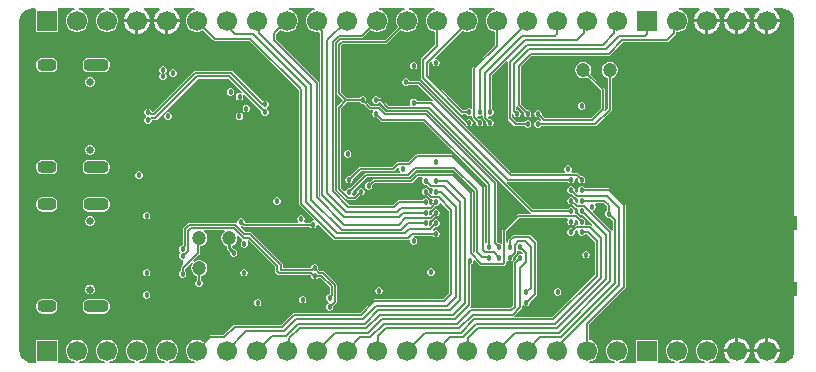
<source format=gbl>
G04*
G04 #@! TF.GenerationSoftware,Altium Limited,Altium Designer,21.1.1 (26)*
G04*
G04 Layer_Physical_Order=4*
G04 Layer_Color=16711680*
%FSLAX25Y25*%
%MOIN*%
G70*
G04*
G04 #@! TF.SameCoordinates,92C3B5E9-EA3E-484C-A3A4-AEB32AC4DFB4*
G04*
G04*
G04 #@! TF.FilePolarity,Positive*
G04*
G01*
G75*
%ADD15C,0.01000*%
%ADD16C,0.00600*%
%ADD20C,0.00500*%
%ADD48R,0.19685X0.04724*%
%ADD89C,0.00750*%
%ADD91C,0.03000*%
%ADD92C,0.06693*%
%ADD93R,0.06693X0.06693*%
%ADD94C,0.02559*%
G04:AMPARAMS|DCode=95|XSize=39.37mil|YSize=62.99mil|CornerRadius=14.76mil|HoleSize=0mil|Usage=FLASHONLY|Rotation=270.000|XOffset=0mil|YOffset=0mil|HoleType=Round|Shape=RoundedRectangle|*
%AMROUNDEDRECTD95*
21,1,0.03937,0.03347,0,0,270.0*
21,1,0.00984,0.06299,0,0,270.0*
1,1,0.02953,-0.01673,-0.00492*
1,1,0.02953,-0.01673,0.00492*
1,1,0.02953,0.01673,0.00492*
1,1,0.02953,0.01673,-0.00492*
%
%ADD95ROUNDEDRECTD95*%
G04:AMPARAMS|DCode=96|XSize=39.37mil|YSize=82.68mil|CornerRadius=14.76mil|HoleSize=0mil|Usage=FLASHONLY|Rotation=270.000|XOffset=0mil|YOffset=0mil|HoleType=Round|Shape=RoundedRectangle|*
%AMROUNDEDRECTD96*
21,1,0.03937,0.05315,0,0,270.0*
21,1,0.00984,0.08268,0,0,270.0*
1,1,0.02953,-0.02657,-0.00492*
1,1,0.02953,-0.02657,0.00492*
1,1,0.02953,0.02657,0.00492*
1,1,0.02953,0.02657,-0.00492*
%
%ADD96ROUNDEDRECTD96*%
%ADD97C,0.01800*%
%ADD105C,0.04724*%
G36*
X582795Y433994D02*
X583792Y433581D01*
X584649Y432924D01*
X585306Y432068D01*
X585719Y431070D01*
X585797Y430478D01*
X585858Y430000D01*
X585858Y430000D01*
X585858Y429508D01*
Y320000D01*
X585859Y319994D01*
X585719Y318930D01*
X585306Y317932D01*
X584649Y317076D01*
X583792Y316419D01*
X582795Y316005D01*
X582202Y315928D01*
X581724Y315867D01*
X581724Y315867D01*
X581233Y315867D01*
X579258D01*
X579124Y316367D01*
X579393Y316522D01*
X580202Y317331D01*
X580775Y318322D01*
X581071Y319428D01*
Y319500D01*
X572378D01*
Y319428D01*
X572674Y318322D01*
X573246Y317331D01*
X574056Y316522D01*
X574325Y316367D01*
X574191Y315867D01*
X569258D01*
X569124Y316367D01*
X569393Y316522D01*
X570202Y317331D01*
X570775Y318322D01*
X571071Y319428D01*
Y319500D01*
X562378D01*
Y319428D01*
X562674Y318322D01*
X563246Y317331D01*
X564056Y316522D01*
X564325Y316367D01*
X564191Y315867D01*
X557512D01*
X557446Y316367D01*
X558151Y316556D01*
X558994Y317042D01*
X559682Y317730D01*
X560169Y318573D01*
X560421Y319513D01*
Y320487D01*
X560169Y321427D01*
X559682Y322270D01*
X558994Y322958D01*
X558151Y323445D01*
X557211Y323696D01*
X556238D01*
X555298Y323445D01*
X554455Y322958D01*
X553766Y322270D01*
X553280Y321427D01*
X553028Y320487D01*
Y319513D01*
X553280Y318573D01*
X553766Y317730D01*
X554455Y317042D01*
X555298Y316556D01*
X556002Y316367D01*
X555936Y315867D01*
X547512D01*
X547446Y316367D01*
X548151Y316556D01*
X548994Y317042D01*
X549682Y317730D01*
X550169Y318573D01*
X550421Y319513D01*
Y320487D01*
X550169Y321427D01*
X549682Y322270D01*
X548994Y322958D01*
X548151Y323445D01*
X547211Y323696D01*
X546238D01*
X545298Y323445D01*
X544455Y322958D01*
X543766Y322270D01*
X543280Y321427D01*
X543028Y320487D01*
Y319513D01*
X543280Y318573D01*
X543766Y317730D01*
X544455Y317042D01*
X545298Y316556D01*
X546002Y316367D01*
X545936Y315867D01*
X540573D01*
X540421Y316303D01*
X540421Y316367D01*
Y323696D01*
X533028D01*
Y316367D01*
X533028Y316303D01*
X532876Y315867D01*
X527512D01*
X527447Y316367D01*
X528151Y316556D01*
X528994Y317042D01*
X529682Y317730D01*
X530169Y318573D01*
X530421Y319513D01*
Y320487D01*
X530169Y321427D01*
X529682Y322270D01*
X528994Y322958D01*
X528151Y323445D01*
X527211Y323696D01*
X526238D01*
X525298Y323445D01*
X524455Y322958D01*
X523767Y322270D01*
X523280Y321427D01*
X523028Y320487D01*
Y319513D01*
X523280Y318573D01*
X523767Y317730D01*
X524455Y317042D01*
X525298Y316556D01*
X526002Y316367D01*
X525937Y315867D01*
X517512D01*
X517447Y316367D01*
X518151Y316556D01*
X518994Y317042D01*
X519682Y317730D01*
X520169Y318573D01*
X520421Y319513D01*
Y320487D01*
X520169Y321427D01*
X519682Y322270D01*
X518994Y322958D01*
X518151Y323445D01*
X517374Y323653D01*
Y328713D01*
X529459Y340798D01*
X529649Y341257D01*
Y368442D01*
X529459Y368901D01*
X524401Y373959D01*
X523942Y374149D01*
X516084D01*
X516060Y374208D01*
X515708Y374560D01*
X515249Y374750D01*
X514751D01*
X514292Y374560D01*
X513940Y374208D01*
X513750Y373749D01*
Y373251D01*
X513771Y373201D01*
X513465Y372634D01*
X513313Y372605D01*
X512726Y373193D01*
X512750Y373251D01*
Y373749D01*
X512560Y374208D01*
X512208Y374560D01*
X511749Y374750D01*
X511251D01*
X510792Y374560D01*
X510440Y374208D01*
X510250Y373749D01*
Y373251D01*
X510440Y372792D01*
X510792Y372440D01*
X511251Y372250D01*
X511749D01*
X511807Y372274D01*
X512891Y371191D01*
X513350Y371001D01*
X513580D01*
X513854Y370501D01*
X513750Y370249D01*
Y369751D01*
X513771Y369701D01*
X513465Y369134D01*
X513313Y369105D01*
X512726Y369693D01*
X512750Y369751D01*
Y370249D01*
X512560Y370708D01*
X512208Y371060D01*
X511749Y371250D01*
X511251D01*
X510792Y371060D01*
X510440Y370708D01*
X510250Y370249D01*
Y369751D01*
X510440Y369292D01*
X510792Y368940D01*
X511251Y368750D01*
X511749D01*
X511807Y368774D01*
X512891Y367691D01*
X513350Y367501D01*
X513580D01*
X513854Y367001D01*
X513750Y366749D01*
Y366251D01*
X513940Y365792D01*
X514292Y365440D01*
X514751Y365250D01*
X515249D01*
X515307Y365274D01*
X518588Y361994D01*
X518309Y361609D01*
X517850Y361799D01*
X516274D01*
X516060Y362292D01*
X516250Y362751D01*
Y363249D01*
X516060Y363708D01*
X515708Y364060D01*
X515249Y364250D01*
X514751D01*
X514706Y364231D01*
X513669Y365269D01*
X513454Y365412D01*
X513200Y365463D01*
X512884D01*
X512631Y365963D01*
X512750Y366251D01*
Y366749D01*
X512560Y367208D01*
X512208Y367560D01*
X511749Y367750D01*
X511251D01*
X510792Y367560D01*
X510440Y367208D01*
X510422Y367163D01*
X498774D01*
X489958Y375979D01*
X490246Y376388D01*
X490500Y376337D01*
X510422D01*
X510440Y376292D01*
X510792Y375940D01*
X511251Y375750D01*
X511749D01*
X512208Y375940D01*
X512560Y376292D01*
X512750Y376751D01*
Y377249D01*
X513094Y377726D01*
X513304Y377759D01*
X513769Y377294D01*
X513750Y377249D01*
Y376751D01*
X513940Y376292D01*
X514292Y375940D01*
X514751Y375750D01*
X515249D01*
X515708Y375940D01*
X516060Y376292D01*
X516250Y376751D01*
Y377249D01*
X516060Y377708D01*
X515708Y378060D01*
X515249Y378250D01*
X514751D01*
X514706Y378231D01*
X513769Y379169D01*
X513554Y379312D01*
X513300Y379363D01*
X511838D01*
X511702Y379571D01*
X511589Y379863D01*
X511750Y380251D01*
Y380749D01*
X511560Y381208D01*
X511208Y381560D01*
X510749Y381750D01*
X510251D01*
X509792Y381560D01*
X509440Y381208D01*
X509250Y380749D01*
Y380251D01*
X509411Y379863D01*
X509298Y379571D01*
X509162Y379363D01*
X491574D01*
X461141Y409796D01*
X460926Y409939D01*
X460673Y409990D01*
X457650D01*
X457560Y410208D01*
X457208Y410560D01*
X456749Y410750D01*
X456251D01*
X455792Y410560D01*
X455440Y410208D01*
X455250Y409749D01*
Y409251D01*
X455440Y408792D01*
X455792Y408440D01*
X456251Y408250D01*
X456749D01*
X457208Y408440D01*
X457432Y408665D01*
X460398D01*
X465342Y403721D01*
X465054Y403312D01*
X464800Y403363D01*
X460078D01*
X460060Y403408D01*
X459708Y403760D01*
X459249Y403950D01*
X458751D01*
X458292Y403760D01*
X457940Y403408D01*
X457750Y402949D01*
Y402451D01*
X457869Y402163D01*
X457616Y401663D01*
X450774D01*
X448469Y403969D01*
X448254Y404112D01*
X448000Y404163D01*
X447578D01*
X447560Y404208D01*
X447208Y404560D01*
X446749Y404750D01*
X446251D01*
X445792Y404560D01*
X445440Y404208D01*
X445250Y403749D01*
Y403251D01*
X445440Y402792D01*
X445792Y402440D01*
X446251Y402250D01*
X446749D01*
X447208Y402440D01*
X447560Y402792D01*
X447992Y402571D01*
X450031Y400531D01*
X450246Y400388D01*
X450500Y400337D01*
X463726D01*
X498031Y366031D01*
X498134Y365963D01*
X498015Y365463D01*
X493887D01*
X493633Y365412D01*
X493418Y365269D01*
X488742Y360592D01*
X488598Y360377D01*
X488548Y360124D01*
Y355873D01*
X488048Y355625D01*
X487751Y355748D01*
X487254D01*
X487208Y355729D01*
X486663Y356275D01*
Y376000D01*
X486612Y376254D01*
X486469Y376469D01*
X463469Y399469D01*
X463254Y399612D01*
X463000Y399663D01*
X449719D01*
X447913Y401469D01*
X447698Y401612D01*
X447444Y401663D01*
X444774D01*
X443231Y403206D01*
X443250Y403251D01*
Y403749D01*
X443060Y404208D01*
X442708Y404560D01*
X442249Y404750D01*
X441751D01*
X441292Y404560D01*
X440940Y404208D01*
X440916Y404149D01*
X436769D01*
X434649Y406269D01*
Y421731D01*
X435269Y422351D01*
X449724D01*
X450184Y422541D01*
X454601Y426958D01*
X455298Y426555D01*
X456238Y426303D01*
X457211D01*
X458151Y426555D01*
X458994Y427042D01*
X459682Y427730D01*
X460169Y428573D01*
X460421Y429513D01*
Y430487D01*
X460169Y431427D01*
X459682Y432270D01*
X458994Y432958D01*
X458151Y433444D01*
X457446Y433633D01*
X457512Y434133D01*
X465937D01*
X466002Y433633D01*
X465298Y433444D01*
X464455Y432958D01*
X463766Y432270D01*
X463280Y431427D01*
X463028Y430487D01*
Y429513D01*
X463280Y428573D01*
X463766Y427730D01*
X464455Y427042D01*
X465298Y426555D01*
X466075Y426347D01*
Y421993D01*
X461541Y417459D01*
X461351Y417000D01*
Y410868D01*
X461541Y410409D01*
X476160Y395790D01*
X476250Y395752D01*
Y395751D01*
X476440Y395292D01*
X476792Y394940D01*
X477251Y394750D01*
X477749D01*
X478208Y394940D01*
X478560Y395292D01*
X478750Y395751D01*
Y396249D01*
X478560Y396708D01*
X478208Y397060D01*
X477749Y397250D01*
X477251D01*
X476792Y397060D01*
X476759Y397027D01*
X475269Y398517D01*
X475477Y399017D01*
X476347D01*
X476440Y398792D01*
X476792Y398440D01*
X477251Y398250D01*
X477749D01*
X478001Y398354D01*
X478501Y398079D01*
Y397850D01*
X478691Y397391D01*
X479774Y396307D01*
X479750Y396249D01*
Y395751D01*
X479940Y395292D01*
X480292Y394940D01*
X480751Y394750D01*
X481249D01*
X481708Y394940D01*
X482060Y395292D01*
X482250Y395751D01*
Y396249D01*
X482060Y396708D01*
X481708Y397060D01*
X481249Y397250D01*
X480751D01*
X480693Y397226D01*
X480105Y397813D01*
X480134Y397965D01*
X480701Y398271D01*
X480751Y398250D01*
X481249D01*
X481708Y398440D01*
X482201Y398226D01*
Y397650D01*
X482391Y397191D01*
X483274Y396307D01*
X483250Y396249D01*
Y395751D01*
X483440Y395292D01*
X483792Y394940D01*
X484251Y394750D01*
X484749D01*
X485208Y394940D01*
X485560Y395292D01*
X485750Y395751D01*
Y396249D01*
X485560Y396708D01*
X485208Y397060D01*
X484749Y397250D01*
X484251D01*
X484193Y397226D01*
X483764Y397654D01*
X483799Y397902D01*
X484251Y398250D01*
X484749D01*
X485208Y398440D01*
X485560Y398792D01*
X485750Y399251D01*
Y399749D01*
X485560Y400208D01*
X485208Y400560D01*
X485149Y400584D01*
Y411731D01*
X489914Y416496D01*
X490300Y416272D01*
X490351Y416225D01*
Y397500D01*
X490541Y397041D01*
X492541Y395041D01*
X493000Y394851D01*
X495916D01*
X495940Y394792D01*
X496292Y394440D01*
X496751Y394250D01*
X497249D01*
X497708Y394440D01*
X498060Y394792D01*
X498250Y395251D01*
Y395749D01*
X498060Y396208D01*
X497708Y396560D01*
X497249Y396750D01*
X496751D01*
X496292Y396560D01*
X495940Y396208D01*
X495916Y396149D01*
X493269D01*
X491649Y397769D01*
Y398781D01*
X492149Y399021D01*
X492250Y398940D01*
Y398751D01*
X492440Y398292D01*
X492792Y397940D01*
X493251Y397750D01*
X493749D01*
X494208Y397940D01*
X494560Y398292D01*
X494750Y398751D01*
Y399249D01*
X494560Y399708D01*
X494208Y400060D01*
X493749Y400250D01*
X493251D01*
X493149Y400712D01*
Y401278D01*
X493649Y401432D01*
X495774Y399307D01*
X495750Y399249D01*
Y398751D01*
X495940Y398292D01*
X496292Y397940D01*
X496751Y397750D01*
X497249D01*
X497708Y397940D01*
X498060Y398292D01*
X498250Y398751D01*
Y399249D01*
X498060Y399708D01*
X497708Y400060D01*
X497249Y400250D01*
X496751D01*
X496693Y400226D01*
X494649Y402269D01*
Y414731D01*
X498269Y418351D01*
X524000D01*
X524459Y418541D01*
X528769Y422851D01*
X543500D01*
X543959Y423041D01*
X546363Y425444D01*
X546553Y425904D01*
Y426303D01*
X547211D01*
X548151Y426555D01*
X548994Y427042D01*
X549682Y427730D01*
X550169Y428573D01*
X550421Y429513D01*
Y430487D01*
X550169Y431427D01*
X549682Y432270D01*
X548994Y432958D01*
X548151Y433444D01*
X547446Y433633D01*
X547512Y434133D01*
X554191D01*
X554325Y433633D01*
X554056Y433478D01*
X553246Y432669D01*
X552674Y431678D01*
X552378Y430572D01*
Y430500D01*
X561071D01*
Y430572D01*
X560775Y431678D01*
X560202Y432669D01*
X559393Y433478D01*
X559124Y433633D01*
X559258Y434133D01*
X564191D01*
X564325Y433633D01*
X564056Y433478D01*
X563246Y432669D01*
X562674Y431678D01*
X562378Y430572D01*
Y430500D01*
X571071D01*
Y430572D01*
X570775Y431678D01*
X570202Y432669D01*
X569393Y433478D01*
X569124Y433633D01*
X569258Y434133D01*
X574191D01*
X574325Y433633D01*
X574056Y433478D01*
X573246Y432669D01*
X572674Y431678D01*
X572378Y430572D01*
Y430500D01*
X581071D01*
Y430572D01*
X580775Y431678D01*
X580202Y432669D01*
X579393Y433478D01*
X579124Y433633D01*
X579258Y434133D01*
X581724D01*
X581731Y434135D01*
X582795Y433994D01*
D02*
G37*
G36*
X386002Y433633D02*
X385298Y433444D01*
X384455Y432958D01*
X383767Y432270D01*
X383280Y431427D01*
X383028Y430487D01*
Y429513D01*
X383280Y428573D01*
X383767Y427730D01*
X384455Y427042D01*
X385298Y426555D01*
X386238Y426303D01*
X387211D01*
X388151Y426555D01*
X388848Y426958D01*
X392265Y423541D01*
X392724Y423351D01*
X404231D01*
X420744Y406838D01*
Y368897D01*
X420934Y368438D01*
X425622Y363750D01*
X425415Y363250D01*
X425251D01*
X424792Y363060D01*
X424440Y362708D01*
X424422Y362663D01*
X422638D01*
X422431Y363163D01*
X422560Y363292D01*
X422750Y363751D01*
Y364249D01*
X422560Y364708D01*
X422208Y365060D01*
X421749Y365250D01*
X421251D01*
X420792Y365060D01*
X420440Y364708D01*
X420250Y364249D01*
Y363751D01*
X420440Y363292D01*
X420570Y363163D01*
X420362Y362663D01*
X403212D01*
X402750Y362751D01*
Y363249D01*
X402560Y363708D01*
X402208Y364060D01*
X401749Y364250D01*
X401251D01*
X400792Y364060D01*
X400440Y363708D01*
X400250Y363249D01*
Y362919D01*
X399835Y362630D01*
X399788Y362616D01*
X399556Y362663D01*
X384209D01*
X383955Y362612D01*
X383740Y362469D01*
X382263Y360992D01*
X382119Y360777D01*
X382069Y360523D01*
Y355250D01*
X381751D01*
X381292Y355060D01*
X380940Y354708D01*
X380750Y354249D01*
Y353751D01*
X380940Y353292D01*
X381178Y353054D01*
X381248Y352750D01*
X381178Y352446D01*
X380940Y352208D01*
X380750Y351749D01*
Y351251D01*
X380940Y350792D01*
X381292Y350440D01*
X381751Y350250D01*
X382000Y350250D01*
Y349268D01*
X382000Y348768D01*
X382000D01*
X381925Y348312D01*
X381531Y347919D01*
X381388Y347704D01*
X381337Y347450D01*
Y346579D01*
X381292Y346560D01*
X380940Y346208D01*
X380750Y345749D01*
Y345251D01*
X380940Y344792D01*
X381292Y344440D01*
X381751Y344250D01*
X382249D01*
X382708Y344440D01*
X383060Y344792D01*
X383250Y345251D01*
Y345749D01*
X383060Y346208D01*
X382884Y346384D01*
X382932Y346432D01*
X382775Y347288D01*
X384889Y349402D01*
X385289Y349095D01*
X384973Y348547D01*
X384788Y347857D01*
Y347143D01*
X384973Y346453D01*
X385330Y345835D01*
X385835Y345330D01*
X386453Y344973D01*
X386837Y344870D01*
Y343579D01*
X386792Y343560D01*
X386440Y343208D01*
X386250Y342749D01*
Y342251D01*
X386440Y341792D01*
X386792Y341440D01*
X387251Y341250D01*
X387749D01*
X388208Y341440D01*
X388560Y341792D01*
X388750Y342251D01*
Y342749D01*
X388560Y343208D01*
X388208Y343560D01*
X388163Y343579D01*
Y344870D01*
X388547Y344973D01*
X389165Y345330D01*
X389670Y345835D01*
X390027Y346453D01*
X390212Y347143D01*
Y347857D01*
X390027Y348547D01*
X389670Y349165D01*
X389165Y349670D01*
X388547Y350027D01*
X387857Y350212D01*
X387143D01*
X386453Y350027D01*
X385905Y349711D01*
X385598Y350111D01*
X387558Y352071D01*
X387702Y352286D01*
X387752Y352540D01*
Y354788D01*
X387857D01*
X388547Y354973D01*
X389165Y355330D01*
X389670Y355835D01*
X390027Y356453D01*
X390212Y357143D01*
Y357857D01*
X390027Y358547D01*
X389670Y359165D01*
X389165Y359670D01*
X389049Y359737D01*
X389183Y360237D01*
X395817D01*
X395951Y359737D01*
X395835Y359670D01*
X395330Y359165D01*
X394973Y358547D01*
X394788Y357857D01*
Y357143D01*
X394973Y356453D01*
X395330Y355835D01*
X395835Y355330D01*
X396453Y354973D01*
X396633Y354924D01*
Y354217D01*
X396699Y353885D01*
X396887Y353604D01*
X397750Y352741D01*
Y352251D01*
X397940Y351792D01*
X398292Y351440D01*
X398751Y351250D01*
X399249D01*
X399708Y351440D01*
X400060Y351792D01*
X400250Y352251D01*
Y352749D01*
X400060Y353208D01*
X399708Y353560D01*
X399249Y353750D01*
X399192D01*
X398500Y354442D01*
X398534Y354828D01*
X398575Y354989D01*
X399165Y355330D01*
X399670Y355835D01*
X400027Y356453D01*
X400212Y357143D01*
Y357857D01*
X400107Y358248D01*
X400556Y358507D01*
X401809Y357254D01*
X401869Y357214D01*
X401865Y356689D01*
X401857Y356667D01*
X401505Y356316D01*
X401315Y355856D01*
Y355359D01*
X401505Y354900D01*
X401857Y354548D01*
X402316Y354358D01*
X402813D01*
X403273Y354548D01*
X403624Y354900D01*
X403815Y355359D01*
Y355856D01*
X403652Y356250D01*
X403667Y356416D01*
X403836Y356811D01*
X403992Y356849D01*
X412837Y348004D01*
Y346500D01*
X412888Y346246D01*
X413031Y346031D01*
X413740Y345322D01*
X413955Y345179D01*
X414209Y345128D01*
X424610D01*
X424750Y344988D01*
Y344751D01*
X424940Y344292D01*
X425292Y343940D01*
X425751Y343750D01*
X426249D01*
X426708Y343940D01*
X427060Y344292D01*
X427084Y344351D01*
X427949D01*
X431047Y341252D01*
Y338750D01*
X430751D01*
X430292Y338560D01*
X429940Y338208D01*
X429750Y337749D01*
Y337251D01*
X429940Y336792D01*
X430292Y336440D01*
X430588Y336317D01*
X430863Y335788D01*
X430842Y335750D01*
X430751D01*
X430292Y335560D01*
X429940Y335208D01*
X429750Y334749D01*
Y334251D01*
X429940Y333792D01*
X430292Y333440D01*
X430751Y333250D01*
X431249D01*
X431708Y333440D01*
X432060Y333792D01*
X432250Y334251D01*
Y334749D01*
X432226Y334807D01*
X433155Y335737D01*
X433346Y336196D01*
Y341935D01*
X433155Y342395D01*
X429091Y346459D01*
X428632Y346649D01*
X427769D01*
X427226Y347193D01*
X427250Y347251D01*
Y347749D01*
X427060Y348208D01*
X426708Y348560D01*
X426249Y348750D01*
X425751D01*
X425292Y348560D01*
X424940Y348208D01*
X424750Y347749D01*
Y347554D01*
X415328D01*
Y348669D01*
X415277Y348923D01*
X415133Y349138D01*
X404803Y359469D01*
X404588Y359612D01*
X404334Y359663D01*
X402830D01*
X401402Y361091D01*
X401594Y361606D01*
X401911Y361652D01*
X402031Y361531D01*
X402246Y361388D01*
X402500Y361337D01*
X424422D01*
X424440Y361292D01*
X424792Y360940D01*
X425251Y360750D01*
X425749D01*
X426208Y360940D01*
X426560Y361292D01*
X426750Y361751D01*
Y361915D01*
X427250Y362122D01*
X432367Y357005D01*
X432826Y356815D01*
X456964D01*
X457293Y356951D01*
X457496Y356861D01*
X457655Y356747D01*
X457750Y356640D01*
Y356251D01*
X457940Y355792D01*
X458292Y355440D01*
X458751Y355250D01*
X459249D01*
X459708Y355440D01*
X460060Y355792D01*
X460250Y356251D01*
Y356749D01*
X460060Y357208D01*
X459708Y357560D01*
X459317Y357722D01*
X459208Y357848D01*
X459041Y358250D01*
X459095Y358345D01*
X459105Y358351D01*
X465416D01*
X465440Y358292D01*
X465792Y357940D01*
X466251Y357750D01*
X466749D01*
X467208Y357940D01*
X467560Y358292D01*
X467750Y358751D01*
Y359249D01*
X467560Y359708D01*
X467208Y360060D01*
X466749Y360250D01*
X466251D01*
X465792Y360060D01*
X465659Y359927D01*
X465574Y359948D01*
X465420Y360502D01*
X466193Y361274D01*
X466251Y361250D01*
X466749D01*
X467208Y361440D01*
X467560Y361792D01*
X467750Y362251D01*
Y362749D01*
X467560Y363208D01*
X467208Y363560D01*
X466749Y363750D01*
X466251D01*
X465792Y363560D01*
X465440Y363208D01*
X465250Y362749D01*
Y362251D01*
X465274Y362193D01*
X464538Y361457D01*
X464430Y361478D01*
X464393Y361509D01*
X464163Y362041D01*
X464250Y362251D01*
Y362749D01*
X464146Y363001D01*
X464421Y363501D01*
X464650D01*
X465109Y363691D01*
X466193Y364774D01*
X466251Y364750D01*
X466749D01*
X467208Y364940D01*
X467560Y365292D01*
X467750Y365751D01*
Y366249D01*
X467560Y366708D01*
X467208Y367060D01*
X466749Y367250D01*
X466251D01*
X465792Y367060D01*
X465440Y366708D01*
X465250Y366249D01*
Y365751D01*
X465274Y365693D01*
X464687Y365105D01*
X464535Y365134D01*
X464229Y365701D01*
X464250Y365751D01*
Y366249D01*
X464146Y366501D01*
X464421Y367001D01*
X464650D01*
X465109Y367191D01*
X466193Y368274D01*
X466251Y368250D01*
X466749D01*
X467208Y368440D01*
X467560Y368792D01*
X467713Y369162D01*
X468040Y369298D01*
X468250Y369332D01*
X470851Y366731D01*
Y339269D01*
X468731Y337149D01*
X445893D01*
X445434Y336959D01*
X441124Y332649D01*
X419136D01*
X418677Y332459D01*
X414867Y328649D01*
X399379D01*
X398920Y328459D01*
X395610Y325149D01*
X391224D01*
X390765Y324959D01*
X388848Y323042D01*
X388151Y323445D01*
X387211Y323696D01*
X386238D01*
X385298Y323445D01*
X384455Y322958D01*
X383767Y322270D01*
X383280Y321427D01*
X383028Y320487D01*
Y319513D01*
X383280Y318573D01*
X383767Y317730D01*
X384455Y317042D01*
X385298Y316556D01*
X386002Y316367D01*
X385936Y315867D01*
X377512D01*
X377447Y316367D01*
X378151Y316556D01*
X378994Y317042D01*
X379682Y317730D01*
X380169Y318573D01*
X380421Y319513D01*
Y320487D01*
X380169Y321427D01*
X379682Y322270D01*
X378994Y322958D01*
X378151Y323445D01*
X377211Y323696D01*
X376238D01*
X375298Y323445D01*
X374455Y322958D01*
X373766Y322270D01*
X373280Y321427D01*
X373028Y320487D01*
Y319513D01*
X373280Y318573D01*
X373766Y317730D01*
X374455Y317042D01*
X375298Y316556D01*
X376002Y316367D01*
X375937Y315867D01*
X367512D01*
X367446Y316367D01*
X368151Y316556D01*
X368994Y317042D01*
X369682Y317730D01*
X370169Y318573D01*
X370421Y319513D01*
Y320487D01*
X370169Y321427D01*
X369682Y322270D01*
X368994Y322958D01*
X368151Y323445D01*
X367211Y323696D01*
X366238D01*
X365298Y323445D01*
X364455Y322958D01*
X363767Y322270D01*
X363280Y321427D01*
X363028Y320487D01*
Y319513D01*
X363280Y318573D01*
X363767Y317730D01*
X364455Y317042D01*
X365298Y316556D01*
X366002Y316367D01*
X365936Y315867D01*
X357512D01*
X357447Y316367D01*
X358151Y316556D01*
X358994Y317042D01*
X359682Y317730D01*
X360169Y318573D01*
X360421Y319513D01*
Y320487D01*
X360169Y321427D01*
X359682Y322270D01*
X358994Y322958D01*
X358151Y323445D01*
X357211Y323696D01*
X356238D01*
X355298Y323445D01*
X354455Y322958D01*
X353766Y322270D01*
X353280Y321427D01*
X353028Y320487D01*
Y319513D01*
X353280Y318573D01*
X353766Y317730D01*
X354455Y317042D01*
X355298Y316556D01*
X356002Y316367D01*
X355937Y315867D01*
X347512D01*
X347446Y316367D01*
X348151Y316556D01*
X348994Y317042D01*
X349682Y317730D01*
X350169Y318573D01*
X350421Y319513D01*
Y320487D01*
X350169Y321427D01*
X349682Y322270D01*
X348994Y322958D01*
X348151Y323445D01*
X347211Y323696D01*
X346238D01*
X345298Y323445D01*
X344455Y322958D01*
X343766Y322270D01*
X343280Y321427D01*
X343028Y320487D01*
Y319513D01*
X343280Y318573D01*
X343766Y317730D01*
X344455Y317042D01*
X345298Y316556D01*
X346002Y316367D01*
X345936Y315867D01*
X340573D01*
X340421Y316303D01*
X340421Y316367D01*
Y323696D01*
X333028D01*
Y316367D01*
X333028Y316303D01*
X332876Y315867D01*
X331724D01*
X331718Y315865D01*
X330654Y316005D01*
X329657Y316419D01*
X328800Y317076D01*
X328143Y317932D01*
X327730Y318930D01*
X327652Y319522D01*
X327591Y320000D01*
X327591Y320000D01*
X327591Y320492D01*
Y430000D01*
X327590Y430006D01*
X327730Y431070D01*
X328143Y432068D01*
X328800Y432924D01*
X329657Y433581D01*
X330654Y433994D01*
X331246Y434072D01*
X331724Y434133D01*
X331724Y434133D01*
X332216Y434133D01*
X332876D01*
X333028Y433697D01*
X333028Y433633D01*
Y426303D01*
X340421D01*
Y433633D01*
X340421Y433697D01*
X340573Y434133D01*
X345936D01*
X346002Y433633D01*
X345298Y433444D01*
X344455Y432958D01*
X343766Y432270D01*
X343280Y431427D01*
X343028Y430487D01*
Y429513D01*
X343280Y428573D01*
X343766Y427730D01*
X344455Y427042D01*
X345298Y426555D01*
X346238Y426303D01*
X347211D01*
X348151Y426555D01*
X348994Y427042D01*
X349682Y427730D01*
X350169Y428573D01*
X350421Y429513D01*
Y430487D01*
X350169Y431427D01*
X349682Y432270D01*
X348994Y432958D01*
X348151Y433444D01*
X347446Y433633D01*
X347512Y434133D01*
X355937D01*
X356002Y433633D01*
X355298Y433444D01*
X354455Y432958D01*
X353766Y432270D01*
X353280Y431427D01*
X353028Y430487D01*
Y429513D01*
X353280Y428573D01*
X353766Y427730D01*
X354455Y427042D01*
X355298Y426555D01*
X356238Y426303D01*
X357211D01*
X358151Y426555D01*
X358994Y427042D01*
X359682Y427730D01*
X360169Y428573D01*
X360421Y429513D01*
Y430487D01*
X360169Y431427D01*
X359682Y432270D01*
X358994Y432958D01*
X358151Y433444D01*
X357447Y433633D01*
X357512Y434133D01*
X364191D01*
X364325Y433633D01*
X364056Y433478D01*
X363246Y432669D01*
X362674Y431678D01*
X362378Y430572D01*
Y430500D01*
X371071D01*
Y430572D01*
X370775Y431678D01*
X370202Y432669D01*
X369393Y433478D01*
X369124Y433633D01*
X369258Y434133D01*
X374191D01*
X374325Y433633D01*
X374056Y433478D01*
X373246Y432669D01*
X372674Y431678D01*
X372378Y430572D01*
Y430500D01*
X381071D01*
Y430572D01*
X380775Y431678D01*
X380202Y432669D01*
X379393Y433478D01*
X379124Y433633D01*
X379258Y434133D01*
X385936D01*
X386002Y433633D01*
D02*
G37*
G36*
X486002D02*
X485298Y433444D01*
X484455Y432958D01*
X483767Y432270D01*
X483280Y431427D01*
X483028Y430487D01*
Y429513D01*
X483280Y428573D01*
X483767Y427730D01*
X484455Y427042D01*
X485298Y426555D01*
X486075Y426347D01*
Y421993D01*
X478691Y414609D01*
X478501Y414150D01*
Y400920D01*
X478001Y400646D01*
X477749Y400750D01*
X477251D01*
X476792Y400560D01*
X476548Y400316D01*
X475470D01*
X464064Y411723D01*
Y415731D01*
X464799Y416466D01*
X465147Y416298D01*
X465250Y416210D01*
Y415751D01*
X465440Y415292D01*
X465792Y414940D01*
X466251Y414750D01*
X466749D01*
X467208Y414940D01*
X467560Y415292D01*
X467750Y415751D01*
Y416249D01*
X467560Y416708D01*
X467208Y417060D01*
X466749Y417250D01*
X466290D01*
X466202Y417352D01*
X466034Y417701D01*
X475038Y426705D01*
X475298Y426555D01*
X476238Y426303D01*
X477211D01*
X478151Y426555D01*
X478994Y427042D01*
X479682Y427730D01*
X480169Y428573D01*
X480421Y429513D01*
Y430487D01*
X480169Y431427D01*
X479682Y432270D01*
X478994Y432958D01*
X478151Y433444D01*
X477447Y433633D01*
X477512Y434133D01*
X485936D01*
X486002Y433633D01*
D02*
G37*
G36*
X456002D02*
X455298Y433444D01*
X454455Y432958D01*
X453766Y432270D01*
X453280Y431427D01*
X453028Y430487D01*
Y429513D01*
X453280Y428573D01*
X453682Y427876D01*
X449455Y423649D01*
X435000D01*
X434541Y423459D01*
X433541Y422459D01*
X433351Y422000D01*
Y406000D01*
X433541Y405541D01*
X435581Y403500D01*
X433541Y401459D01*
X433351Y401000D01*
Y374000D01*
X433541Y373541D01*
X436541Y370541D01*
X437000Y370351D01*
X439500D01*
X439959Y370541D01*
X441193Y371774D01*
X441251Y371750D01*
X441749D01*
X442208Y371940D01*
X442560Y372292D01*
X442750Y372751D01*
Y373249D01*
X442560Y373708D01*
X442208Y374060D01*
X441749Y374250D01*
X441251D01*
X440792Y374060D01*
X440440Y373708D01*
X440250Y373249D01*
Y372751D01*
X440274Y372693D01*
X439231Y371649D01*
X438624D01*
X438417Y372149D01*
X438560Y372292D01*
X438750Y372751D01*
Y373249D01*
X438731Y373294D01*
X443274Y377837D01*
X457000D01*
X457254Y377888D01*
X457469Y378031D01*
X459774Y380337D01*
X472226D01*
X479337Y373225D01*
Y353000D01*
X479355Y352910D01*
X478916Y352621D01*
X478663Y352823D01*
Y372500D01*
X478612Y372754D01*
X478469Y372969D01*
X472469Y378969D01*
X472254Y379112D01*
X472000Y379163D01*
X460000D01*
X459746Y379112D01*
X459531Y378969D01*
X457725Y377163D01*
X445616D01*
X445363Y377112D01*
X445148Y376969D01*
X444239Y376060D01*
X444194Y376079D01*
X443696D01*
X443237Y375888D01*
X442885Y375537D01*
X442695Y375077D01*
Y374580D01*
X442885Y374121D01*
X443237Y373769D01*
X443696Y373579D01*
X444194D01*
X444653Y373769D01*
X445005Y374121D01*
X445195Y374580D01*
Y375077D01*
X445176Y375123D01*
X445891Y375837D01*
X458000D01*
X458254Y375888D01*
X458469Y376031D01*
X460275Y377837D01*
X461862D01*
X462070Y377337D01*
X461940Y377208D01*
X461750Y376749D01*
Y376251D01*
X461940Y375792D01*
X462292Y375440D01*
X462751Y375250D01*
X463249D01*
X463307Y375274D01*
X464191Y374391D01*
X464650Y374201D01*
X465226D01*
X465440Y373708D01*
X465250Y373249D01*
Y372751D01*
X465271Y372701D01*
X464965Y372134D01*
X464813Y372105D01*
X464226Y372693D01*
X464250Y372751D01*
Y373249D01*
X464060Y373708D01*
X463708Y374060D01*
X463249Y374250D01*
X462751D01*
X462292Y374060D01*
X461940Y373708D01*
X461750Y373249D01*
Y372751D01*
X461940Y372292D01*
X462292Y371940D01*
X462751Y371750D01*
X463249D01*
X463307Y371774D01*
X464391Y370691D01*
X464850Y370501D01*
X465079D01*
X465354Y370001D01*
X465250Y369749D01*
Y369251D01*
X465274Y369193D01*
X464687Y368605D01*
X464535Y368634D01*
X464229Y369201D01*
X464250Y369251D01*
Y369749D01*
X464060Y370208D01*
X463708Y370560D01*
X463249Y370750D01*
X462751D01*
X462292Y370560D01*
X461940Y370208D01*
X461916Y370149D01*
X454000D01*
X453541Y369959D01*
X452302Y368721D01*
X437489D01*
X432649Y373560D01*
Y422731D01*
X434269Y424351D01*
X441724D01*
X442184Y424541D01*
X444601Y426958D01*
X445298Y426555D01*
X446238Y426303D01*
X447211D01*
X448151Y426555D01*
X448994Y427042D01*
X449682Y427730D01*
X450169Y428573D01*
X450421Y429513D01*
Y430487D01*
X450169Y431427D01*
X449682Y432270D01*
X448994Y432958D01*
X448151Y433444D01*
X447446Y433633D01*
X447512Y434133D01*
X455936D01*
X456002Y433633D01*
D02*
G37*
G36*
X426002D02*
X425298Y433444D01*
X424455Y432958D01*
X423767Y432270D01*
X423280Y431427D01*
X423028Y430487D01*
Y429513D01*
X423280Y428573D01*
X423767Y427730D01*
X424455Y427042D01*
X425298Y426555D01*
X426238Y426303D01*
X427211D01*
X427351Y426341D01*
X427851Y425957D01*
Y371791D01*
X427925Y371611D01*
X427513Y371299D01*
X427346Y371431D01*
Y409303D01*
X427156Y409762D01*
X413149Y423769D01*
Y425507D01*
X414601Y426958D01*
X415298Y426555D01*
X416238Y426303D01*
X417211D01*
X418151Y426555D01*
X418994Y427042D01*
X419682Y427730D01*
X420169Y428573D01*
X420421Y429513D01*
Y430487D01*
X420169Y431427D01*
X419682Y432270D01*
X418994Y432958D01*
X418151Y433444D01*
X417447Y433633D01*
X417512Y434133D01*
X425937D01*
X426002Y433633D01*
D02*
G37*
G36*
X510297Y363929D02*
X510411Y363637D01*
X510250Y363249D01*
Y362751D01*
X510440Y362292D01*
X510792Y361940D01*
X511251Y361750D01*
X511749D01*
X512208Y361940D01*
X512560Y362292D01*
X512750Y362751D01*
Y363249D01*
X512747Y363255D01*
X513025Y363854D01*
X513053Y363863D01*
X513234Y363829D01*
X513769Y363294D01*
X513750Y363249D01*
Y362751D01*
X513940Y362292D01*
X513726Y361799D01*
X513150D01*
X512691Y361609D01*
X511807Y360726D01*
X511749Y360750D01*
X511251D01*
X510792Y360560D01*
X510440Y360208D01*
X510250Y359749D01*
Y359251D01*
X510440Y358792D01*
X510792Y358440D01*
X511251Y358250D01*
X511749D01*
X512208Y358440D01*
X512560Y358792D01*
X512750Y359251D01*
Y359749D01*
X512726Y359807D01*
X513154Y360236D01*
X513402Y360201D01*
X513750Y359749D01*
Y359251D01*
X513940Y358792D01*
X514292Y358440D01*
X514751Y358250D01*
X515249D01*
X515708Y358440D01*
X516060Y358792D01*
X516084Y358851D01*
X516731D01*
X519351Y356231D01*
Y345254D01*
X505246Y331149D01*
X492722D01*
X492568Y331649D01*
X494959Y334041D01*
X495149Y334500D01*
Y334880D01*
X495649Y335087D01*
X495794Y334943D01*
X496254Y334752D01*
X496751D01*
X497211Y334943D01*
X497562Y335294D01*
X497753Y335753D01*
Y336251D01*
X497728Y336310D01*
X499959Y338541D01*
X500149Y339000D01*
Y356000D01*
X499959Y356459D01*
X497959Y358459D01*
X497500Y358649D01*
X492500D01*
X492041Y358459D01*
X490789Y357208D01*
X490599Y356748D01*
Y356015D01*
X490373Y355873D01*
X489873Y356148D01*
Y359849D01*
X494161Y364137D01*
X510162D01*
X510297Y363929D01*
D02*
G37*
G36*
X523351Y368173D02*
Y366584D01*
X523292Y366560D01*
X522940Y366208D01*
X522750Y365749D01*
Y365251D01*
X522940Y364792D01*
X523292Y364440D01*
X523751Y364250D01*
X524249D01*
X524307Y364274D01*
X525351Y363231D01*
Y360222D01*
X524851Y360068D01*
X518669Y366250D01*
X518702Y366460D01*
X518838Y366787D01*
X519208Y366940D01*
X519560Y367292D01*
X519750Y367751D01*
Y368249D01*
X519560Y368708D01*
X519417Y368851D01*
X519624Y369351D01*
X522173D01*
X523351Y368173D01*
D02*
G37*
G36*
X440940Y402792D02*
X441292Y402440D01*
X441751Y402250D01*
X442249D01*
X442294Y402269D01*
X444031Y400531D01*
X444246Y400388D01*
X444500Y400337D01*
X445362D01*
X445570Y399837D01*
X445440Y399708D01*
X445250Y399249D01*
Y398751D01*
X445440Y398292D01*
X445792Y397940D01*
X446251Y397750D01*
X446749D01*
X446794Y397769D01*
X448031Y396531D01*
X448246Y396388D01*
X448500Y396337D01*
X462170D01*
X483337Y375170D01*
Y355939D01*
X483190Y355841D01*
X482690Y356108D01*
Y374472D01*
X482640Y374726D01*
X482496Y374941D01*
X472085Y385352D01*
X471870Y385495D01*
X471617Y385546D01*
X460220D01*
X459967Y385495D01*
X459752Y385352D01*
X457239Y382839D01*
X453677D01*
X453423Y382789D01*
X453208Y382645D01*
X451725Y381163D01*
X441000D01*
X440746Y381112D01*
X440531Y380969D01*
X437794Y378231D01*
X437749Y378250D01*
X437251D01*
X436792Y378060D01*
X436440Y377708D01*
X436250Y377249D01*
Y376751D01*
X436440Y376292D01*
X436792Y375940D01*
X437251Y375750D01*
X437749D01*
X438208Y375940D01*
X438560Y376292D01*
X438750Y376751D01*
Y377249D01*
X438731Y377294D01*
X441274Y379837D01*
X452000D01*
X452254Y379888D01*
X452469Y380031D01*
X453689Y381252D01*
X453917Y381215D01*
X454250Y380725D01*
Y380228D01*
X454440Y379769D01*
X454546Y379663D01*
X454339Y379163D01*
X443000D01*
X442746Y379112D01*
X442531Y378969D01*
X437794Y374231D01*
X437749Y374250D01*
X437251D01*
X436792Y374060D01*
X436440Y373708D01*
X436287Y373338D01*
X435960Y373202D01*
X435750Y373168D01*
X434649Y374269D01*
Y400731D01*
X436769Y402851D01*
X440916D01*
X440940Y402792D01*
D02*
G37*
G36*
X494258Y353243D02*
X494755D01*
X494814Y353268D01*
X495543Y352538D01*
X495521Y352427D01*
X495494Y352394D01*
X494958Y352161D01*
X494753Y352246D01*
X494256D01*
X493796Y352055D01*
X493445Y351704D01*
X493254Y351244D01*
Y350747D01*
X493279Y350688D01*
X492222Y349632D01*
X492032Y349173D01*
Y334950D01*
X491231Y334149D01*
X478154D01*
X477909Y334612D01*
X477959Y334662D01*
X478149Y335121D01*
Y348854D01*
X478358Y348940D01*
X478710Y349292D01*
X478900Y349751D01*
Y349956D01*
X479400Y350163D01*
X481031Y348531D01*
X481246Y348388D01*
X481500Y348337D01*
X488859D01*
X489113Y348388D01*
X489328Y348531D01*
X489679Y348883D01*
X489823Y349098D01*
X489873Y349352D01*
Y349652D01*
X490065Y349782D01*
X490373Y349905D01*
X490754Y349748D01*
X491251D01*
X491710Y349938D01*
X492062Y350290D01*
X492252Y350749D01*
Y351247D01*
X492228Y351305D01*
X493109Y352186D01*
X493299Y352645D01*
Y353226D01*
X493798Y353434D01*
X494258Y353243D01*
D02*
G37*
%LPC*%
G36*
X581071Y429500D02*
X577224D01*
Y425654D01*
X577297D01*
X578402Y425950D01*
X579393Y426522D01*
X580202Y427331D01*
X580775Y428322D01*
X581071Y429428D01*
Y429500D01*
D02*
G37*
G36*
X576224D02*
X572378D01*
Y429428D01*
X572674Y428322D01*
X573246Y427331D01*
X574056Y426522D01*
X575047Y425950D01*
X576152Y425654D01*
X576224D01*
Y429500D01*
D02*
G37*
G36*
X571071D02*
X567224D01*
Y425654D01*
X567297D01*
X568402Y425950D01*
X569393Y426522D01*
X570202Y427331D01*
X570775Y428322D01*
X571071Y429428D01*
Y429500D01*
D02*
G37*
G36*
X566224D02*
X562378D01*
Y429428D01*
X562674Y428322D01*
X563246Y427331D01*
X564056Y426522D01*
X565047Y425950D01*
X566152Y425654D01*
X566224D01*
Y429500D01*
D02*
G37*
G36*
X561071D02*
X557224D01*
Y425654D01*
X557297D01*
X558402Y425950D01*
X559393Y426522D01*
X560202Y427331D01*
X560775Y428322D01*
X561071Y429428D01*
Y429500D01*
D02*
G37*
G36*
X556224D02*
X552378D01*
Y429428D01*
X552674Y428322D01*
X553246Y427331D01*
X554056Y426522D01*
X555047Y425950D01*
X556152Y425654D01*
X556224D01*
Y429500D01*
D02*
G37*
G36*
X459249Y416250D02*
X458751D01*
X458292Y416060D01*
X457940Y415708D01*
X457750Y415249D01*
Y414751D01*
X457940Y414292D01*
X458292Y413940D01*
X458751Y413750D01*
X459249D01*
X459708Y413940D01*
X460060Y414292D01*
X460250Y414751D01*
Y415249D01*
X460060Y415708D01*
X459708Y416060D01*
X459249Y416250D01*
D02*
G37*
G36*
X515249Y402750D02*
X514751D01*
X514292Y402560D01*
X513940Y402208D01*
X513750Y401749D01*
Y401251D01*
X513940Y400792D01*
X514292Y400440D01*
X514751Y400250D01*
X515249D01*
X515708Y400440D01*
X516060Y400792D01*
X516250Y401251D01*
Y401749D01*
X516060Y402208D01*
X515708Y402560D01*
X515249Y402750D01*
D02*
G37*
G36*
X524700Y416276D02*
X523986D01*
X523296Y416091D01*
X522678Y415734D01*
X522173Y415229D01*
X521816Y414611D01*
X521631Y413921D01*
Y413207D01*
X521816Y412517D01*
X522173Y411898D01*
X522678Y411393D01*
X523296Y411036D01*
X523694Y410930D01*
Y400612D01*
X522844Y399762D01*
X522459Y400041D01*
X522649Y400500D01*
Y407107D01*
X522459Y407566D01*
X517865Y412161D01*
X518071Y412517D01*
X518256Y413207D01*
Y413921D01*
X518071Y414611D01*
X517714Y415229D01*
X517209Y415734D01*
X516590Y416091D01*
X515900Y416276D01*
X515186D01*
X514496Y416091D01*
X513878Y415734D01*
X513373Y415229D01*
X513016Y414611D01*
X512831Y413921D01*
Y413207D01*
X513016Y412517D01*
X513373Y411898D01*
X513878Y411393D01*
X514496Y411036D01*
X515186Y410852D01*
X515900D01*
X516590Y411036D01*
X516947Y411242D01*
X521351Y406838D01*
Y400769D01*
X518231Y397649D01*
X502769D01*
X501726Y398693D01*
X501750Y398751D01*
Y399249D01*
X501560Y399708D01*
X501208Y400060D01*
X500749Y400250D01*
X500251D01*
X499792Y400060D01*
X499440Y399708D01*
X499250Y399249D01*
Y398751D01*
X499440Y398292D01*
X499792Y397940D01*
X500251Y397750D01*
X500749D01*
X500807Y397774D01*
X501580Y397002D01*
X501426Y396448D01*
X501341Y396427D01*
X501208Y396560D01*
X500749Y396750D01*
X500251D01*
X499792Y396560D01*
X499440Y396208D01*
X499250Y395749D01*
Y395251D01*
X499440Y394792D01*
X499792Y394440D01*
X500251Y394250D01*
X500749D01*
X501208Y394440D01*
X501560Y394792D01*
X501584Y394851D01*
X519500D01*
X519959Y395041D01*
X524802Y399884D01*
X524993Y400343D01*
Y410930D01*
X525390Y411036D01*
X526009Y411393D01*
X526514Y411898D01*
X526871Y412517D01*
X527056Y413207D01*
Y413921D01*
X526871Y414611D01*
X526514Y415229D01*
X526009Y415734D01*
X525390Y416091D01*
X524700Y416276D01*
D02*
G37*
G36*
X577297Y324346D02*
X577224D01*
Y320500D01*
X581071D01*
Y320572D01*
X580775Y321678D01*
X580202Y322669D01*
X579393Y323478D01*
X578402Y324050D01*
X577297Y324346D01*
D02*
G37*
G36*
X576224D02*
X576152D01*
X575047Y324050D01*
X574056Y323478D01*
X573246Y322669D01*
X572674Y321678D01*
X572378Y320572D01*
Y320500D01*
X576224D01*
Y324346D01*
D02*
G37*
G36*
X567297D02*
X567224D01*
Y320500D01*
X571071D01*
Y320572D01*
X570775Y321678D01*
X570202Y322669D01*
X569393Y323478D01*
X568402Y324050D01*
X567297Y324346D01*
D02*
G37*
G36*
X566224D02*
X566152D01*
X565047Y324050D01*
X564056Y323478D01*
X563246Y322669D01*
X562674Y321678D01*
X562378Y320572D01*
Y320500D01*
X566224D01*
Y324346D01*
D02*
G37*
G36*
X381071Y429500D02*
X377224D01*
Y425654D01*
X377297D01*
X378402Y425950D01*
X379393Y426522D01*
X380202Y427331D01*
X380775Y428322D01*
X381071Y429428D01*
Y429500D01*
D02*
G37*
G36*
X376224D02*
X372378D01*
Y429428D01*
X372674Y428322D01*
X373246Y427331D01*
X374056Y426522D01*
X375047Y425950D01*
X376152Y425654D01*
X376224D01*
Y429500D01*
D02*
G37*
G36*
X371071D02*
X367224D01*
Y425654D01*
X367297D01*
X368402Y425950D01*
X369393Y426522D01*
X370202Y427331D01*
X370775Y428322D01*
X371071Y429428D01*
Y429500D01*
D02*
G37*
G36*
X366224D02*
X362378D01*
Y429428D01*
X362674Y428322D01*
X363246Y427331D01*
X364056Y426522D01*
X365047Y425950D01*
X366152Y425654D01*
X366224D01*
Y429500D01*
D02*
G37*
G36*
X355839Y417612D02*
X350524D01*
X349811Y417470D01*
X349207Y417067D01*
X348803Y416463D01*
X348661Y415750D01*
Y414766D01*
X348803Y414053D01*
X349207Y413449D01*
X349811Y413045D01*
X350524Y412904D01*
X355839D01*
X356551Y413045D01*
X357155Y413449D01*
X357559Y414053D01*
X357701Y414766D01*
Y415750D01*
X357559Y416463D01*
X357155Y417067D01*
X356551Y417470D01*
X355839Y417612D01*
D02*
G37*
G36*
X338398D02*
X335051D01*
X334339Y417470D01*
X333734Y417067D01*
X333331Y416463D01*
X333189Y415750D01*
Y414766D01*
X333331Y414053D01*
X333734Y413449D01*
X334339Y413045D01*
X335051Y412904D01*
X338398D01*
X339110Y413045D01*
X339714Y413449D01*
X340118Y414053D01*
X340260Y414766D01*
Y415750D01*
X340118Y416463D01*
X339714Y417067D01*
X339110Y417470D01*
X338398Y417612D01*
D02*
G37*
G36*
X378941Y413867D02*
X378444D01*
X377984Y413677D01*
X377633Y413325D01*
X377442Y412866D01*
Y412369D01*
X377633Y411909D01*
X377984Y411558D01*
X378444Y411367D01*
X378941D01*
X379400Y411558D01*
X379752Y411909D01*
X379942Y412369D01*
Y412866D01*
X379752Y413325D01*
X379400Y413677D01*
X378941Y413867D01*
D02*
G37*
G36*
X375749Y414750D02*
X375251D01*
X374792Y414560D01*
X374440Y414208D01*
X374250Y413749D01*
Y413251D01*
X374440Y412792D01*
X374732Y412500D01*
X374440Y412208D01*
X374250Y411749D01*
Y411251D01*
X374440Y410792D01*
X374792Y410440D01*
X375251Y410250D01*
X375749D01*
X376208Y410440D01*
X376560Y410792D01*
X376750Y411251D01*
Y411749D01*
X376560Y412208D01*
X376268Y412500D01*
X376560Y412792D01*
X376750Y413251D01*
Y413749D01*
X376560Y414208D01*
X376208Y414560D01*
X375749Y414750D01*
D02*
G37*
G36*
X351419Y411258D02*
X350770D01*
X350171Y411009D01*
X349713Y410551D01*
X349465Y409952D01*
Y409304D01*
X349713Y408705D01*
X350171Y408247D01*
X350770Y407998D01*
X351419D01*
X352017Y408247D01*
X352476Y408705D01*
X352724Y409304D01*
Y409952D01*
X352476Y410551D01*
X352017Y411009D01*
X351419Y411258D01*
D02*
G37*
G36*
X398098Y413361D02*
X386248D01*
X385965Y413305D01*
X385725Y413144D01*
X372228Y399647D01*
X371980Y399670D01*
X371704Y399750D01*
X371538Y400153D01*
X371186Y400504D01*
X370726Y400695D01*
X370229D01*
X369770Y400504D01*
X369418Y400153D01*
X369228Y399693D01*
Y399196D01*
X369418Y398737D01*
X369656Y398499D01*
X369726Y398195D01*
X369656Y397891D01*
X369418Y397653D01*
X369228Y397193D01*
Y396696D01*
X369418Y396237D01*
X369770Y395885D01*
X370229Y395695D01*
X370726D01*
X371186Y395885D01*
X371538Y396237D01*
X371728Y396696D01*
Y396855D01*
X372918D01*
X373201Y396912D01*
X373441Y397072D01*
X387051Y410683D01*
X397294D01*
X401641Y406336D01*
X401357Y405913D01*
X401221Y405969D01*
X400724D01*
X400264Y405779D01*
X399913Y405427D01*
X399722Y404968D01*
Y404470D01*
X399913Y404011D01*
X400264Y403659D01*
X400724Y403469D01*
X401221D01*
X401680Y403659D01*
X402032Y404011D01*
X402222Y404470D01*
Y404968D01*
X402166Y405104D01*
X402590Y405387D01*
X408199Y399778D01*
Y399325D01*
X408389Y398866D01*
X408741Y398514D01*
X409200Y398324D01*
X409697D01*
X410157Y398514D01*
X410508Y398866D01*
X410699Y399325D01*
Y399822D01*
X410508Y400282D01*
X410268Y400522D01*
X410202Y400831D01*
X410271Y401128D01*
X410514Y401371D01*
X410704Y401830D01*
Y402327D01*
X410514Y402787D01*
X410162Y403138D01*
X409703Y403329D01*
X409205D01*
X408746Y403138D01*
X408686Y403079D01*
X398620Y413144D01*
X398381Y413305D01*
X398098Y413361D01*
D02*
G37*
G36*
X398192Y407530D02*
X397695D01*
X397236Y407340D01*
X396884Y406988D01*
X396694Y406529D01*
Y406032D01*
X396884Y405572D01*
X397236Y405221D01*
X397695Y405030D01*
X398192D01*
X398652Y405221D01*
X399003Y405572D01*
X399194Y406032D01*
Y406529D01*
X399003Y406988D01*
X398652Y407340D01*
X398192Y407530D01*
D02*
G37*
G36*
X403457Y401954D02*
X402960D01*
X402500Y401763D01*
X402149Y401412D01*
X401959Y400952D01*
Y400455D01*
X402149Y399995D01*
X402500Y399644D01*
X402960Y399453D01*
X403457D01*
X403917Y399644D01*
X404268Y399995D01*
X404459Y400455D01*
Y400952D01*
X404268Y401412D01*
X403917Y401763D01*
X403457Y401954D01*
D02*
G37*
G36*
X377389Y399450D02*
X376892D01*
X376432Y399260D01*
X376081Y398908D01*
X375890Y398449D01*
Y397952D01*
X376081Y397492D01*
X376432Y397141D01*
X376892Y396950D01*
X377389D01*
X377849Y397141D01*
X378200Y397492D01*
X378391Y397952D01*
Y398449D01*
X378200Y398908D01*
X377849Y399260D01*
X377389Y399450D01*
D02*
G37*
G36*
X401155Y399370D02*
X400658D01*
X400199Y399180D01*
X399847Y398828D01*
X399657Y398369D01*
Y397871D01*
X399847Y397412D01*
X400199Y397060D01*
X400658Y396870D01*
X401155D01*
X401615Y397060D01*
X401966Y397412D01*
X402157Y397871D01*
Y398369D01*
X401966Y398828D01*
X401615Y399180D01*
X401155Y399370D01*
D02*
G37*
G36*
X351419Y388502D02*
X350770D01*
X350171Y388253D01*
X349713Y387795D01*
X349465Y387196D01*
Y386548D01*
X349713Y385949D01*
X350171Y385491D01*
X350770Y385243D01*
X351419D01*
X352017Y385491D01*
X352476Y385949D01*
X352724Y386548D01*
Y387196D01*
X352476Y387795D01*
X352017Y388253D01*
X351419Y388502D01*
D02*
G37*
G36*
X355839Y383596D02*
X350524D01*
X349811Y383455D01*
X349207Y383051D01*
X348803Y382447D01*
X348661Y381734D01*
Y380750D01*
X348803Y380037D01*
X349207Y379433D01*
X349811Y379030D01*
X350524Y378888D01*
X355839D01*
X356551Y379030D01*
X357155Y379433D01*
X357559Y380037D01*
X357701Y380750D01*
Y381734D01*
X357559Y382447D01*
X357155Y383051D01*
X356551Y383455D01*
X355839Y383596D01*
D02*
G37*
G36*
X338398D02*
X335051D01*
X334339Y383455D01*
X333734Y383051D01*
X333331Y382447D01*
X333189Y381734D01*
Y380750D01*
X333331Y380037D01*
X333734Y379433D01*
X334339Y379030D01*
X335051Y378888D01*
X338398D01*
X339110Y379030D01*
X339714Y379433D01*
X340118Y380037D01*
X340260Y380750D01*
Y381734D01*
X340118Y382447D01*
X339714Y383051D01*
X339110Y383455D01*
X338398Y383596D01*
D02*
G37*
G36*
X367749Y379750D02*
X367251D01*
X366792Y379560D01*
X366440Y379208D01*
X366250Y378749D01*
Y378251D01*
X366440Y377792D01*
X366792Y377440D01*
X367251Y377250D01*
X367749D01*
X368208Y377440D01*
X368560Y377792D01*
X368750Y378251D01*
Y378749D01*
X368560Y379208D01*
X368208Y379560D01*
X367749Y379750D01*
D02*
G37*
G36*
X413659Y371133D02*
X413161D01*
X412702Y370942D01*
X412350Y370591D01*
X412160Y370131D01*
Y369634D01*
X412350Y369175D01*
X412702Y368823D01*
X413161Y368633D01*
X413659D01*
X414118Y368823D01*
X414470Y369175D01*
X414660Y369634D01*
Y370131D01*
X414470Y370591D01*
X414118Y370942D01*
X413659Y371133D01*
D02*
G37*
G36*
X355839Y371112D02*
X350524D01*
X349811Y370970D01*
X349207Y370567D01*
X348803Y369963D01*
X348661Y369250D01*
Y368266D01*
X348803Y367553D01*
X349207Y366949D01*
X349811Y366545D01*
X350524Y366404D01*
X355839D01*
X356551Y366545D01*
X357155Y366949D01*
X357559Y367553D01*
X357701Y368266D01*
Y369250D01*
X357559Y369963D01*
X357155Y370567D01*
X356551Y370970D01*
X355839Y371112D01*
D02*
G37*
G36*
X338398D02*
X335051D01*
X334339Y370970D01*
X333734Y370567D01*
X333331Y369963D01*
X333189Y369250D01*
Y368266D01*
X333331Y367553D01*
X333734Y366949D01*
X334339Y366545D01*
X335051Y366404D01*
X338398D01*
X339110Y366545D01*
X339714Y366949D01*
X340118Y367553D01*
X340260Y368266D01*
Y369250D01*
X340118Y369963D01*
X339714Y370567D01*
X339110Y370970D01*
X338398Y371112D01*
D02*
G37*
G36*
X370249Y366250D02*
X369751D01*
X369292Y366060D01*
X368940Y365708D01*
X368750Y365249D01*
Y364751D01*
X368940Y364292D01*
X369292Y363940D01*
X369751Y363750D01*
X370249D01*
X370708Y363940D01*
X371060Y364292D01*
X371250Y364751D01*
Y365249D01*
X371060Y365708D01*
X370708Y366060D01*
X370249Y366250D01*
D02*
G37*
G36*
X351419Y364757D02*
X350770D01*
X350171Y364509D01*
X349713Y364051D01*
X349465Y363452D01*
Y362804D01*
X349713Y362205D01*
X350171Y361747D01*
X350770Y361498D01*
X351419D01*
X352017Y361747D01*
X352476Y362205D01*
X352724Y362804D01*
Y363452D01*
X352476Y364051D01*
X352017Y364509D01*
X351419Y364757D01*
D02*
G37*
G36*
X464999Y347521D02*
X464501D01*
X464042Y347331D01*
X463691Y346979D01*
X463500Y346520D01*
Y346023D01*
X463691Y345563D01*
X464042Y345212D01*
X464501Y345021D01*
X464999D01*
X465458Y345212D01*
X465810Y345563D01*
X466000Y346023D01*
Y346520D01*
X465810Y346979D01*
X465458Y347331D01*
X464999Y347521D01*
D02*
G37*
G36*
X402749Y347250D02*
X402251D01*
X401792Y347060D01*
X401440Y346708D01*
X401250Y346249D01*
Y345751D01*
X401440Y345292D01*
X401792Y344940D01*
X402251Y344750D01*
X402749D01*
X403208Y344940D01*
X403560Y345292D01*
X403750Y345751D01*
Y346249D01*
X403560Y346708D01*
X403208Y347060D01*
X402749Y347250D01*
D02*
G37*
G36*
X370249D02*
X369751D01*
X369292Y347060D01*
X368940Y346708D01*
X368750Y346249D01*
Y345751D01*
X368940Y345292D01*
X369292Y344940D01*
X369751Y344750D01*
X370249D01*
X370708Y344940D01*
X371060Y345292D01*
X371250Y345751D01*
Y346249D01*
X371060Y346708D01*
X370708Y347060D01*
X370249Y347250D01*
D02*
G37*
G36*
X447749Y341250D02*
X447251D01*
X446792Y341060D01*
X446440Y340708D01*
X446250Y340249D01*
Y339751D01*
X446440Y339292D01*
X446792Y338940D01*
X447251Y338750D01*
X447749D01*
X448208Y338940D01*
X448560Y339292D01*
X448750Y339751D01*
Y340249D01*
X448560Y340708D01*
X448208Y341060D01*
X447749Y341250D01*
D02*
G37*
G36*
X351419Y342002D02*
X350770D01*
X350171Y341754D01*
X349713Y341295D01*
X349465Y340696D01*
Y340048D01*
X349713Y339449D01*
X350171Y338991D01*
X350770Y338742D01*
X351419D01*
X352017Y338991D01*
X352476Y339449D01*
X352724Y340048D01*
Y340696D01*
X352476Y341295D01*
X352017Y341754D01*
X351419Y342002D01*
D02*
G37*
G36*
X370249Y339750D02*
X369751D01*
X369292Y339560D01*
X368940Y339208D01*
X368750Y338749D01*
Y338251D01*
X368940Y337792D01*
X369292Y337440D01*
X369751Y337250D01*
X370249D01*
X370708Y337440D01*
X371060Y337792D01*
X371250Y338251D01*
Y338749D01*
X371060Y339208D01*
X370708Y339560D01*
X370249Y339750D01*
D02*
G37*
G36*
X422249Y338250D02*
X421751D01*
X421292Y338060D01*
X420940Y337708D01*
X420750Y337249D01*
Y336751D01*
X420940Y336292D01*
X421292Y335940D01*
X421751Y335750D01*
X422249D01*
X422708Y335940D01*
X423060Y336292D01*
X423250Y336751D01*
Y337249D01*
X423060Y337708D01*
X422708Y338060D01*
X422249Y338250D01*
D02*
G37*
G36*
X407249Y337250D02*
X406751D01*
X406292Y337060D01*
X405940Y336708D01*
X405750Y336249D01*
Y335751D01*
X405940Y335292D01*
X406292Y334940D01*
X406751Y334750D01*
X407249D01*
X407708Y334940D01*
X408060Y335292D01*
X408250Y335751D01*
Y336249D01*
X408060Y336708D01*
X407708Y337060D01*
X407249Y337250D01*
D02*
G37*
G36*
X355839Y337096D02*
X350524D01*
X349811Y336955D01*
X349207Y336551D01*
X348803Y335947D01*
X348661Y335234D01*
Y334250D01*
X348803Y333537D01*
X349207Y332933D01*
X349811Y332530D01*
X350524Y332388D01*
X355839D01*
X356551Y332530D01*
X357155Y332933D01*
X357559Y333537D01*
X357701Y334250D01*
Y335234D01*
X357559Y335947D01*
X357155Y336551D01*
X356551Y336955D01*
X355839Y337096D01*
D02*
G37*
G36*
X338398D02*
X335051D01*
X334339Y336955D01*
X333734Y336551D01*
X333331Y335947D01*
X333189Y335234D01*
Y334250D01*
X333331Y333537D01*
X333734Y332933D01*
X334339Y332530D01*
X335051Y332388D01*
X338398D01*
X339110Y332530D01*
X339714Y332933D01*
X340118Y333537D01*
X340260Y334250D01*
Y335234D01*
X340118Y335947D01*
X339714Y336551D01*
X339110Y336955D01*
X338398Y337096D01*
D02*
G37*
G36*
X516749Y353250D02*
X516251D01*
X515792Y353060D01*
X515440Y352708D01*
X515250Y352249D01*
Y351751D01*
X515440Y351292D01*
X515792Y350940D01*
X516251Y350750D01*
X516749D01*
X517208Y350940D01*
X517560Y351292D01*
X517750Y351751D01*
Y352249D01*
X517560Y352708D01*
X517208Y353060D01*
X516749Y353250D01*
D02*
G37*
G36*
X507249Y340750D02*
X506751D01*
X506292Y340560D01*
X505940Y340208D01*
X505750Y339749D01*
Y339251D01*
X505940Y338792D01*
X506292Y338440D01*
X506751Y338250D01*
X507249D01*
X507708Y338440D01*
X508060Y338792D01*
X508250Y339251D01*
Y339749D01*
X508060Y340208D01*
X507708Y340560D01*
X507249Y340750D01*
D02*
G37*
G36*
X437249Y386750D02*
X436751D01*
X436292Y386560D01*
X435940Y386208D01*
X435750Y385749D01*
Y385251D01*
X435940Y384792D01*
X436292Y384440D01*
X436751Y384250D01*
X437249D01*
X437708Y384440D01*
X438060Y384792D01*
X438250Y385251D01*
Y385749D01*
X438060Y386208D01*
X437708Y386560D01*
X437249Y386750D01*
D02*
G37*
%LPD*%
D15*
X397500Y354217D02*
Y357500D01*
Y354217D02*
X399000Y352716D01*
Y352500D02*
Y352716D01*
D16*
X382000Y345500D02*
Y347450D01*
X387089Y352540D01*
X457514Y382177D02*
X460220Y384883D01*
X453677Y382177D02*
X457514D01*
X460220Y384883D02*
X471617D01*
X441000Y380500D02*
X452000D01*
X437500Y377000D02*
X441000Y380500D01*
X443000Y378500D02*
X457000D01*
X437500Y373000D02*
X443000Y378500D01*
X457000D02*
X459500Y381000D01*
X452000Y380500D02*
X453677Y382177D01*
X404334Y359000D02*
X414665Y348669D01*
X404056Y357722D02*
X413500Y348279D01*
X402278Y357722D02*
X404056D01*
X413500Y346500D02*
Y348279D01*
X402556Y359000D02*
X404334D01*
X414665Y346891D02*
Y348669D01*
X413500Y346500D02*
X414209Y345791D01*
X399100Y360900D02*
X402278Y357722D01*
X399556Y362000D02*
X402556Y359000D01*
X443945Y374829D02*
X443945D01*
X445616Y376500D02*
X458000D01*
X443945Y374829D02*
X445616Y376500D01*
X489211Y349352D02*
Y360124D01*
X493887Y364800D02*
X513200D01*
X489211Y360124D02*
X493887Y364800D01*
X481500Y349000D02*
X488859D01*
X489211Y349352D01*
X485700Y352800D02*
X487500Y351000D01*
X486000Y356000D02*
X487502Y354498D01*
X484000Y354500D02*
Y375444D01*
X486000Y356000D02*
Y376000D01*
X437500Y373000D02*
X437500D01*
X444500Y401000D02*
X447444D01*
X442000Y403500D02*
X444500Y401000D01*
X459500Y381000D02*
X472500D01*
X460000Y378500D02*
X472000D01*
X458000Y376500D02*
X460000Y378500D01*
X472000D02*
X478000Y372500D01*
Y352500D02*
Y372500D01*
X472500Y381000D02*
X480000Y373500D01*
X471617Y384883D02*
X482028Y374472D01*
X478000Y352500D02*
X481500Y349000D01*
X401500Y363000D02*
X402500Y362000D01*
X425500D01*
X401500Y363000D02*
X401500D01*
X480000Y353000D02*
X481770Y351230D01*
X480000Y353000D02*
Y373500D01*
X463000Y399000D02*
X486000Y376000D01*
X462444Y397000D02*
X484000Y375444D01*
X482028Y353528D02*
Y374472D01*
Y353528D02*
X482756Y352800D01*
X448500Y397000D02*
X462444D01*
X459000Y402700D02*
X459000Y402700D01*
X464800D02*
X490500Y377000D01*
X459000Y402700D02*
X464800D01*
X464000Y401000D02*
X498500Y366500D01*
X450500Y401000D02*
X464000D01*
X448000Y403500D02*
X450500Y401000D01*
X447444D02*
X449444Y399000D01*
X446500D02*
X448500Y397000D01*
X446500Y403500D02*
X448000D01*
X449444Y399000D02*
X463000D01*
X498500Y366500D02*
X511500D01*
X456673Y409327D02*
X460673D01*
X491300Y378700D02*
X513300D01*
X490500Y377000D02*
X511500D01*
X460673Y409327D02*
X491300Y378700D01*
X481770Y351230D02*
X483770D01*
X484000Y351000D01*
X482756Y352800D02*
X485700D01*
X456500Y409500D02*
X456673Y409327D01*
X513200Y364800D02*
X515000Y363000D01*
X513300Y378700D02*
X515000Y377000D01*
X425675Y345000D02*
X426000D01*
X424884Y345791D02*
X425675Y345000D01*
X414209Y345791D02*
X424884D01*
X414665Y346891D02*
X425066D01*
X425675Y347500D01*
X387089Y352540D02*
Y357089D01*
X387500Y357500D01*
X384209Y362000D02*
X399556D01*
X382732Y360523D02*
X384209Y362000D01*
X382732Y354952D02*
Y360523D01*
X383832Y353332D02*
Y360067D01*
X384664Y360900D01*
X399100D01*
X382000Y354220D02*
X382732Y354952D01*
X382000Y354000D02*
Y354220D01*
Y351500D02*
X383832Y353332D01*
X387500Y342500D02*
Y347500D01*
D20*
X449724Y423000D02*
X456724Y430000D01*
X435000Y423000D02*
X449724D01*
X434000Y406000D02*
Y422000D01*
X435000Y423000D01*
X434000Y406000D02*
X436500Y403500D01*
X434000Y401000D02*
X436500Y403500D01*
X442000D01*
X434000Y374000D02*
Y401000D01*
Y425000D02*
X441724D01*
X446724Y430000D01*
X412500Y423500D02*
X426697Y409303D01*
X412500Y423500D02*
Y425776D01*
X416724Y430000D01*
X426724Y428386D02*
X428500Y426611D01*
Y371791D02*
Y426611D01*
Y371791D02*
X435755Y364535D01*
X426724Y428386D02*
Y430000D01*
X430232Y372558D02*
X436487Y366303D01*
X430232Y372558D02*
Y423508D01*
X436724Y430000D01*
X432000Y373291D02*
Y423000D01*
X434000Y425000D01*
X436724Y430000D02*
Y430000D01*
X386724D02*
X392724Y424000D01*
X404500D01*
X421393Y407107D01*
X398259Y426741D02*
X399500Y425500D01*
X405500D02*
X423161Y407839D01*
X399500Y425500D02*
X405500D01*
X396724Y428324D02*
X398259Y426790D01*
X396724Y428324D02*
Y430000D01*
X398259Y426741D02*
Y426790D01*
X481000Y399500D02*
Y413500D01*
X475202Y399667D02*
X477333D01*
X484500Y399500D02*
Y412000D01*
X477333Y399667D02*
X477500Y399500D01*
X524000Y419000D02*
X528500Y423500D01*
X498000Y419000D02*
X524000D01*
X528500Y423500D02*
X543500D01*
X536000Y425000D02*
X536724Y425724D01*
X497379Y420500D02*
X523000D01*
X527500Y425000D02*
X536000D01*
X523000Y420500D02*
X527500Y425000D01*
X526000Y342500D02*
Y363500D01*
X524000Y365500D02*
X526000Y363500D01*
X515850Y368150D02*
X524500Y359500D01*
X513350Y368150D02*
X515850D01*
X524500Y343121D02*
Y359500D01*
X524000Y365500D02*
Y368442D01*
X522442Y370000D02*
X524000Y368442D01*
X516724Y328982D02*
X529000Y341257D01*
X516724Y320000D02*
Y328982D01*
X506724Y320000D02*
Y321103D01*
X501224Y324500D02*
X508000D01*
X496724Y320000D02*
X501224Y324500D01*
X492724Y326000D02*
X507379D01*
X486724Y320000D02*
X492724Y326000D01*
X476724Y320000D02*
X477097Y320372D01*
Y324096D01*
X471224Y324500D02*
X475379D01*
X466724Y320000D02*
X471224Y324500D01*
X462724Y326000D02*
X474757D01*
X456724Y320000D02*
X462724Y326000D01*
X447061Y320336D02*
Y324939D01*
X446724Y320000D02*
X447061Y320336D01*
X441224Y324500D02*
X444500D01*
X436724Y320000D02*
X441224Y324500D01*
X432724Y326000D02*
X443879D01*
X426724Y320000D02*
X432724Y326000D01*
X417596Y324096D02*
X421000Y327500D01*
X417596Y320872D02*
Y324096D01*
X416724Y320000D02*
X417596Y320872D01*
X411724Y325000D02*
X416379D01*
X406724Y320000D02*
X411724Y325000D01*
X403224Y326500D02*
X415757D01*
X396724Y320000D02*
X403224Y326500D01*
X395879Y324500D02*
X399379Y328000D01*
X391224Y324500D02*
X395879D01*
X386724Y320000D02*
X391224Y324500D01*
X399379Y328000D02*
X415136D01*
X463414Y416000D02*
X476724Y429310D01*
Y430000D01*
X543500Y423500D02*
X545904Y425904D01*
Y429179D02*
X546724Y430000D01*
X545904Y425904D02*
Y429179D01*
X536724Y425724D02*
Y430000D01*
X522000Y422000D02*
X525904Y425904D01*
Y429179D02*
X526724Y430000D01*
X525904Y425904D02*
Y429179D01*
X515904Y425904D02*
Y429179D01*
X516724Y430000D01*
X513500Y423500D02*
X515904Y425904D01*
X506000Y425000D02*
X506501Y425502D01*
X506724Y425724D01*
Y430000D01*
X481000Y413500D02*
X496724Y429224D01*
Y430000D01*
X479150Y414150D02*
X486724Y421724D01*
Y430000D01*
X462000Y417000D02*
X466724Y421724D01*
Y430000D01*
X409500Y424000D02*
X424929Y408571D01*
X407596Y425904D02*
X409500Y424000D01*
X406724Y430000D02*
X407596Y429128D01*
Y425904D02*
Y429128D01*
X496000Y356500D02*
X498000Y354500D01*
X493799Y356500D02*
X496000D01*
X498000Y341000D02*
Y354500D01*
X496500Y339500D02*
X498000Y341000D01*
X494507Y354493D02*
X496500Y352500D01*
Y349500D02*
Y352500D01*
X494500Y347500D02*
X496500Y349500D01*
X492681Y349173D02*
X494504Y350996D01*
X496502Y336002D02*
Y336003D01*
X499500Y339000D01*
X491248Y356748D02*
X492500Y358000D01*
X491248Y354744D02*
Y356748D01*
X492500Y358000D02*
X497500D01*
X499500Y356000D01*
Y339000D02*
Y356000D01*
X491000Y354496D02*
X491248Y354744D01*
X492650Y355350D02*
X493799Y356500D01*
X492650Y352645D02*
Y355350D01*
X491002Y350998D02*
X492650Y352645D01*
X494500Y334500D02*
Y347500D01*
X491500Y333500D02*
X492681Y334681D01*
Y349173D01*
X491000Y397500D02*
Y416243D01*
X496757Y422000D01*
X522000D01*
X492500Y415621D02*
X497379Y420500D01*
X494000Y415000D02*
X498000Y419000D01*
X494000Y402000D02*
Y415000D01*
X492500Y400000D02*
Y415621D01*
X523942Y373500D02*
X529000Y368442D01*
X515000Y370000D02*
X522442D01*
X515000Y373500D02*
X523942D01*
X527500Y341879D02*
Y367442D01*
X523292Y371650D02*
X527500Y367442D01*
X529000Y341257D02*
Y368442D01*
X513350Y371650D02*
X523292D01*
X508000Y324500D02*
X526000Y342500D01*
X462000Y410868D02*
Y417000D01*
X463414Y411454D02*
Y416000D01*
X479150Y397850D02*
Y414150D01*
X496000Y423500D02*
X513500D01*
X495166Y425000D02*
X506000D01*
X484500Y412000D02*
X496000Y423500D01*
X482850Y397650D02*
Y412683D01*
X495166Y425000D01*
X494000Y402000D02*
X497000Y399000D01*
X492500Y400000D02*
X493500Y399000D01*
X491000Y397500D02*
X493000Y395500D01*
X497000D01*
X482850Y397650D02*
X484500Y396000D01*
X479150Y397850D02*
X481000Y396000D01*
X462000Y410868D02*
X476619Y396249D01*
X477251D02*
X477500Y396000D01*
X463414Y411454D02*
X475202Y399667D01*
X476619Y396249D02*
X477251D01*
X515543Y413564D02*
X522000Y407107D01*
Y400500D02*
Y407107D01*
X518500Y397000D02*
X522000Y400500D01*
X502500Y397000D02*
X518500D01*
X500500Y399000D02*
X502500Y397000D01*
X519500Y395500D02*
X524343Y400343D01*
Y413564D01*
X500500Y395500D02*
X519500D01*
X416379Y325000D02*
X420379Y329000D01*
X415757Y326500D02*
X419757Y330500D01*
X415136Y328000D02*
X419136Y332000D01*
X420379Y329000D02*
X442636D01*
X419757Y330500D02*
X442015D01*
X421000Y327500D02*
X443257D01*
X419136Y332000D02*
X441393D01*
X442015Y330500D02*
X446515Y335000D01*
X442636Y329000D02*
X447136Y333500D01*
X447061Y324939D02*
X449621Y327500D01*
X443879Y326000D02*
X448379Y330500D01*
X443257Y327500D02*
X447757Y332000D01*
X441393D02*
X445893Y336500D01*
X444500Y324500D02*
X449000Y329000D01*
X477500Y335121D02*
Y349850D01*
X471000Y333500D02*
X474500Y337000D01*
X469150Y374850D02*
X474500Y369500D01*
X468000Y373000D02*
X473000Y368000D01*
X467350Y371150D02*
X471500Y367000D01*
X470000Y376500D02*
X476000Y370500D01*
X469000Y336500D02*
X471500Y339000D01*
Y367000D01*
X470000Y335000D02*
X473000Y338000D01*
X474500Y337000D02*
Y369500D01*
X476000Y336000D02*
Y370500D01*
X473000Y338000D02*
Y368000D01*
X472000Y332000D02*
X476000Y336000D01*
X477500Y349850D02*
X477650Y350000D01*
X472879Y330500D02*
X477500Y335121D01*
X492000Y332000D02*
X494500Y334500D01*
X445893Y336500D02*
X469000D01*
X446515Y335000D02*
X470000D01*
X447136Y333500D02*
X471000D01*
X478621Y332000D02*
X492000D01*
X478000Y333500D02*
X491500D01*
X447757Y332000D02*
X472000D01*
X449621Y327500D02*
X474121D01*
X448379Y330500D02*
X472879D01*
X449000Y329000D02*
X473500D01*
X474121Y327500D02*
X478621Y332000D01*
X473500Y329000D02*
X478000Y333500D01*
X475379Y324500D02*
X479879Y329000D01*
X474757Y326000D02*
X479257Y330500D01*
X477097Y324096D02*
X480500Y327500D01*
X479257Y330500D02*
X505515D01*
X480500Y327500D02*
X506757D01*
X479879Y329000D02*
X506136D01*
X507379Y326000D02*
X524500Y343121D01*
X506136Y329000D02*
X521500Y344364D01*
X506757Y327500D02*
X523000Y343743D01*
X505515Y330500D02*
X520000Y344985D01*
X506724Y321103D02*
X527500Y341879D01*
X523000Y343743D02*
Y358500D01*
X521500Y344364D02*
Y357500D01*
X520000Y344985D02*
Y356500D01*
X515000Y359500D02*
X517000D01*
X520000Y356500D01*
X517850Y361150D02*
X521500Y357500D01*
X511500Y359500D02*
X513150Y361150D01*
X517850D01*
X515000Y366500D02*
X523000Y358500D01*
X511500Y370000D02*
X513350Y368150D01*
X511500Y373500D02*
X513350Y371650D01*
X434000Y374000D02*
X437000Y371000D01*
X439500D01*
X441500Y373000D01*
X435013Y360278D02*
X454778D01*
X423161Y369630D02*
Y407839D01*
X433558Y359232D02*
X456232D01*
X424929Y370362D02*
X435013Y360278D01*
X421393Y368897D02*
X432826Y357464D01*
X456964D01*
X424929Y370362D02*
Y408571D01*
X432000Y373291D02*
X437220Y368071D01*
X454778Y360278D02*
X457000Y362500D01*
X426697Y371094D02*
Y409303D01*
X454045Y362045D02*
X456150Y364150D01*
X421393Y368897D02*
Y407107D01*
X426697Y371094D02*
X435745Y362045D01*
X437220Y368071D02*
X452571D01*
X435745Y362045D02*
X454045D01*
X423161Y369630D02*
X433558Y359232D01*
X435755Y364535D02*
X454036D01*
X436487Y366303D02*
X453303D01*
X452571Y368071D02*
X454000Y369500D01*
X457000Y357500D02*
Y357500D01*
X453303Y366303D02*
X454650Y367650D01*
X456232Y359232D02*
X457500Y360500D01*
X456964Y357464D02*
X457000Y357500D01*
X454036Y364535D02*
X455500Y366000D01*
X454000Y369500D02*
X463000D01*
X454650Y367650D02*
X464650D01*
X455500Y366000D02*
X463000D01*
X456150Y364150D02*
X464650D01*
X457500Y360500D02*
X464500D01*
X457000Y362500D02*
X463000D01*
X458500Y359000D02*
X466500D01*
X457000Y357500D02*
X458500Y359000D01*
X464650Y367650D02*
X466500Y369500D01*
X464650Y364150D02*
X466500Y366000D01*
X464500Y360500D02*
X466500Y362500D01*
X464850Y371150D02*
X467350D01*
X463000Y373000D02*
X464850Y371150D01*
X466500Y373000D02*
X468000D01*
X466500Y376500D02*
X470000D01*
X463000D02*
X464650Y374850D01*
X469150D01*
X431696Y338443D02*
Y341521D01*
X431000Y337747D02*
X431696Y338443D01*
X431000Y337500D02*
Y337747D01*
X432696Y336196D02*
Y341935D01*
X428218Y345000D02*
X431696Y341521D01*
X428632Y346000D02*
X432696Y341935D01*
X431000Y334500D02*
X432696Y336196D01*
X426000Y347500D02*
X427500Y346000D01*
X428632D01*
X426000Y345000D02*
X428218D01*
D48*
X576968Y340476D02*
D03*
Y362524D02*
D03*
D89*
X409449Y399574D02*
X409449D01*
X386248Y412622D02*
X398098D01*
X408440Y402280D01*
X397601Y411422D02*
X409449Y399574D01*
X409253Y402280D02*
X409454Y402079D01*
X408440Y402280D02*
X409253D01*
X386745Y411422D02*
X397601D01*
X370762Y396945D02*
X371412Y397595D01*
Y398795D02*
X372421D01*
X370478Y399445D02*
X370762D01*
X371412Y397595D02*
X372918D01*
X370762Y399445D02*
X371412Y398795D01*
X372918Y397595D02*
X386745Y411422D01*
X372421Y398795D02*
X386248Y412622D01*
X370478Y396945D02*
X370762D01*
D91*
X387500Y357500D02*
D03*
X397500Y347500D02*
D03*
X387500D02*
D03*
X397500Y357500D02*
D03*
D92*
X576724Y430000D02*
D03*
X566724D02*
D03*
X556724D02*
D03*
X546724D02*
D03*
X576724Y320000D02*
D03*
X566724D02*
D03*
X556724D02*
D03*
X546724D02*
D03*
X526724Y430000D02*
D03*
X516724D02*
D03*
X506724D02*
D03*
X496724D02*
D03*
X346724D02*
D03*
X356724D02*
D03*
X366724D02*
D03*
X376724D02*
D03*
X386724D02*
D03*
X396724D02*
D03*
X406724D02*
D03*
X416724D02*
D03*
X426724D02*
D03*
X436724D02*
D03*
X446724D02*
D03*
X456724D02*
D03*
X466724D02*
D03*
X476724D02*
D03*
X486724D02*
D03*
X526724Y320000D02*
D03*
X516724D02*
D03*
X506724D02*
D03*
X496724D02*
D03*
X346724D02*
D03*
X356724D02*
D03*
X366724D02*
D03*
X376724D02*
D03*
X386724D02*
D03*
X396724D02*
D03*
X406724D02*
D03*
X416724D02*
D03*
X426724D02*
D03*
X436724D02*
D03*
X446724D02*
D03*
X456724D02*
D03*
X466724D02*
D03*
X476724D02*
D03*
X486724D02*
D03*
D93*
X536724Y430000D02*
D03*
Y320000D02*
D03*
X336724Y430000D02*
D03*
Y320000D02*
D03*
D94*
X351095Y386872D02*
D03*
Y409628D02*
D03*
Y340372D02*
D03*
Y363128D02*
D03*
D95*
X336724Y381242D02*
D03*
Y415258D02*
D03*
Y334742D02*
D03*
Y368758D02*
D03*
D96*
X353181Y381242D02*
D03*
Y415258D02*
D03*
Y334742D02*
D03*
Y368758D02*
D03*
D97*
X466283Y383028D02*
D03*
X409454Y402079D02*
D03*
X576968Y362524D02*
D03*
X569000Y362547D02*
D03*
X584500D02*
D03*
Y340500D02*
D03*
X569000D02*
D03*
X576968Y340476D02*
D03*
X329500Y396500D02*
D03*
Y401500D02*
D03*
X332000Y399000D02*
D03*
Y404000D02*
D03*
X329500Y406500D02*
D03*
Y411500D02*
D03*
X332000Y409000D02*
D03*
Y394000D02*
D03*
Y389000D02*
D03*
X329500Y391500D02*
D03*
Y386500D02*
D03*
Y340000D02*
D03*
Y345000D02*
D03*
X332000Y342500D02*
D03*
Y347500D02*
D03*
Y362500D02*
D03*
X329500Y365000D02*
D03*
Y360000D02*
D03*
X332000Y357500D02*
D03*
Y352500D02*
D03*
X329500Y355000D02*
D03*
Y350000D02*
D03*
X437500Y406000D02*
D03*
X452500Y422000D02*
D03*
X422000D02*
D03*
X386000Y404000D02*
D03*
X391381Y398429D02*
D03*
X484500Y399500D02*
D03*
X481000D02*
D03*
X477500D02*
D03*
X503200Y344079D02*
D03*
X511000Y339500D02*
D03*
X516500Y352000D02*
D03*
X495000Y367000D02*
D03*
X488500Y363500D02*
D03*
X501000Y368500D02*
D03*
Y375000D02*
D03*
Y380500D02*
D03*
Y384500D02*
D03*
X488000Y385500D02*
D03*
X492500Y381000D02*
D03*
X488000Y374500D02*
D03*
X493000Y375000D02*
D03*
X455500Y380477D02*
D03*
X426000Y353000D02*
D03*
Y357500D02*
D03*
X422000Y350500D02*
D03*
X418000D02*
D03*
X422000Y355000D02*
D03*
X418000D02*
D03*
X402565Y355608D02*
D03*
X407000Y336000D02*
D03*
X402500Y346000D02*
D03*
X400000Y342000D02*
D03*
X437000Y385500D02*
D03*
X413410Y369883D02*
D03*
X370666Y393520D02*
D03*
X377140Y398200D02*
D03*
X369198Y404567D02*
D03*
X375500Y411500D02*
D03*
X397793Y415602D02*
D03*
X395500Y409500D02*
D03*
X397944Y406281D02*
D03*
X367500Y378500D02*
D03*
X409449Y399574D02*
D03*
X378692Y412617D02*
D03*
X375500Y413500D02*
D03*
X494504Y350996D02*
D03*
X496502Y336002D02*
D03*
X496500Y339500D02*
D03*
X491000Y354496D02*
D03*
X491002Y350998D02*
D03*
X487502Y354498D02*
D03*
X487500Y351000D02*
D03*
X484000Y354500D02*
D03*
X494507Y354493D02*
D03*
X489500Y346000D02*
D03*
X515424Y391402D02*
D03*
X532877Y371954D02*
D03*
X527924Y371902D02*
D03*
X530424Y374402D02*
D03*
X522000Y368000D02*
D03*
X525424Y374402D02*
D03*
X359500Y336000D02*
D03*
X362000D02*
D03*
Y341000D02*
D03*
X359500Y367500D02*
D03*
X362000D02*
D03*
Y362500D02*
D03*
X359500Y381500D02*
D03*
X362000D02*
D03*
Y384000D02*
D03*
Y386500D02*
D03*
Y389000D02*
D03*
Y412500D02*
D03*
X359500Y415000D02*
D03*
X362000D02*
D03*
X396000Y352500D02*
D03*
X399000D02*
D03*
X466500Y416000D02*
D03*
X467000Y410500D02*
D03*
X500500Y395500D02*
D03*
X469500Y346000D02*
D03*
X477650Y350000D02*
D03*
X490500Y339500D02*
D03*
X479500Y340000D02*
D03*
X462500D02*
D03*
X515000Y373500D02*
D03*
X524000Y365500D02*
D03*
X419500Y371500D02*
D03*
X401025Y417382D02*
D03*
X407541Y417294D02*
D03*
X441500Y373000D02*
D03*
X437500D02*
D03*
X442000Y403500D02*
D03*
X497000Y395500D02*
D03*
X431000Y334500D02*
D03*
Y337500D02*
D03*
X466500Y359000D02*
D03*
Y376500D02*
D03*
X507000Y339500D02*
D03*
X401500Y363000D02*
D03*
X425500Y362000D02*
D03*
X459000Y356500D02*
D03*
Y374000D02*
D03*
X463000Y362500D02*
D03*
X466500D02*
D03*
X463000Y366000D02*
D03*
X466500D02*
D03*
Y373000D02*
D03*
X463000D02*
D03*
X466500Y369500D02*
D03*
X463000Y376500D02*
D03*
Y369500D02*
D03*
X464750Y346271D02*
D03*
X493500Y399000D02*
D03*
X497000D02*
D03*
X500500D02*
D03*
X481000Y396000D02*
D03*
X484500D02*
D03*
X477500D02*
D03*
X459000Y402700D02*
D03*
X443945Y374829D02*
D03*
X437500Y377000D02*
D03*
X446500Y399000D02*
D03*
Y403500D02*
D03*
X511500Y366500D02*
D03*
Y370000D02*
D03*
X484000Y351000D02*
D03*
X459000Y415000D02*
D03*
X456500Y409500D02*
D03*
X515000Y359500D02*
D03*
X511500D02*
D03*
X515000Y363000D02*
D03*
X511500D02*
D03*
X510500Y380500D02*
D03*
X511500Y377000D02*
D03*
X518500Y368000D02*
D03*
X515000Y370000D02*
D03*
Y366500D02*
D03*
X511500Y373500D02*
D03*
X515000Y377000D02*
D03*
X456500Y384000D02*
D03*
X426000Y347500D02*
D03*
Y345000D02*
D03*
X382000Y345500D02*
D03*
X387500Y342500D02*
D03*
X382000Y351500D02*
D03*
Y354000D02*
D03*
X422000Y337000D02*
D03*
Y341500D02*
D03*
X447500Y340000D02*
D03*
X421500Y364000D02*
D03*
X362000Y338500D02*
D03*
X370000D02*
D03*
Y343000D02*
D03*
Y346000D02*
D03*
Y360500D02*
D03*
X362000Y365000D02*
D03*
X370000D02*
D03*
X405754Y384095D02*
D03*
X379920Y399350D02*
D03*
X377144Y395137D02*
D03*
X375578Y390343D02*
D03*
X395500Y404500D02*
D03*
Y407000D02*
D03*
X397818Y375970D02*
D03*
X401000Y377787D02*
D03*
X400907Y398120D02*
D03*
X403209Y400703D02*
D03*
X400972Y404719D02*
D03*
X378736Y417353D02*
D03*
X370478Y396945D02*
D03*
Y399445D02*
D03*
X467000Y340000D02*
D03*
X487000Y410000D02*
D03*
X471000Y410500D02*
D03*
X475500Y413000D02*
D03*
X515000Y401500D02*
D03*
X512543Y407197D02*
D03*
X496771Y403851D02*
D03*
X511500Y404000D02*
D03*
X509500Y412000D02*
D03*
X499000D02*
D03*
X504134Y406312D02*
D03*
X537877Y376955D02*
D03*
X522924Y376902D02*
D03*
X527924D02*
D03*
X513000Y387900D02*
D03*
X517924Y388902D02*
D03*
X522924D02*
D03*
X527924D02*
D03*
X532924D02*
D03*
X548000Y383000D02*
D03*
X547877Y356955D02*
D03*
Y361954D02*
D03*
Y366954D02*
D03*
Y371954D02*
D03*
Y376955D02*
D03*
X547924Y388902D02*
D03*
Y393902D02*
D03*
Y398902D02*
D03*
X560377Y344455D02*
D03*
X557877Y341954D02*
D03*
X555377Y344455D02*
D03*
X552877Y346954D02*
D03*
Y341954D02*
D03*
X547877D02*
D03*
X550377Y344455D02*
D03*
X547877Y346954D02*
D03*
X545377Y344455D02*
D03*
X542877Y341954D02*
D03*
X540377Y344455D02*
D03*
X537877Y346954D02*
D03*
X559924Y411402D02*
D03*
X557424Y413902D02*
D03*
X554924Y411402D02*
D03*
X552424Y413902D02*
D03*
X547424Y408902D02*
D03*
X552424D02*
D03*
X549924Y411402D02*
D03*
X547424Y413902D02*
D03*
X544924Y411402D02*
D03*
X542424Y413902D02*
D03*
X539924Y411402D02*
D03*
X537424Y408902D02*
D03*
X535424Y406402D02*
D03*
X537924Y403902D02*
D03*
X535424Y401402D02*
D03*
Y396402D02*
D03*
X537924Y398902D02*
D03*
Y393902D02*
D03*
X535424Y391402D02*
D03*
X537924Y388902D02*
D03*
X540377Y349454D02*
D03*
X535377D02*
D03*
Y354454D02*
D03*
X537877Y351955D02*
D03*
Y356955D02*
D03*
X535377Y359454D02*
D03*
Y364455D02*
D03*
X537877Y366954D02*
D03*
Y361954D02*
D03*
X535377Y369455D02*
D03*
Y374454D02*
D03*
X537877Y371954D02*
D03*
X550424Y401402D02*
D03*
X539924Y406402D02*
D03*
X525424Y379402D02*
D03*
X555377Y354454D02*
D03*
X550377D02*
D03*
X535377Y379454D02*
D03*
X520424Y386402D02*
D03*
X525424D02*
D03*
X530424D02*
D03*
X535424D02*
D03*
X540424Y401402D02*
D03*
X545424D02*
D03*
X540424Y396402D02*
D03*
X545424D02*
D03*
Y391402D02*
D03*
X540424D02*
D03*
X545424Y386402D02*
D03*
X540424D02*
D03*
X545377Y379454D02*
D03*
X540377D02*
D03*
X545377Y374454D02*
D03*
X540377D02*
D03*
Y369455D02*
D03*
X545377D02*
D03*
Y354454D02*
D03*
X540377D02*
D03*
Y359454D02*
D03*
Y364455D02*
D03*
X545377Y359454D02*
D03*
Y364455D02*
D03*
X515500Y385400D02*
D03*
Y380400D02*
D03*
X510500Y385400D02*
D03*
X532175Y376792D02*
D03*
X518775D02*
D03*
D105*
X387500Y357500D02*
D03*
X524343Y413564D02*
D03*
X515543D02*
D03*
X397500Y347500D02*
D03*
Y357500D02*
D03*
X387500Y347500D02*
D03*
M02*

</source>
